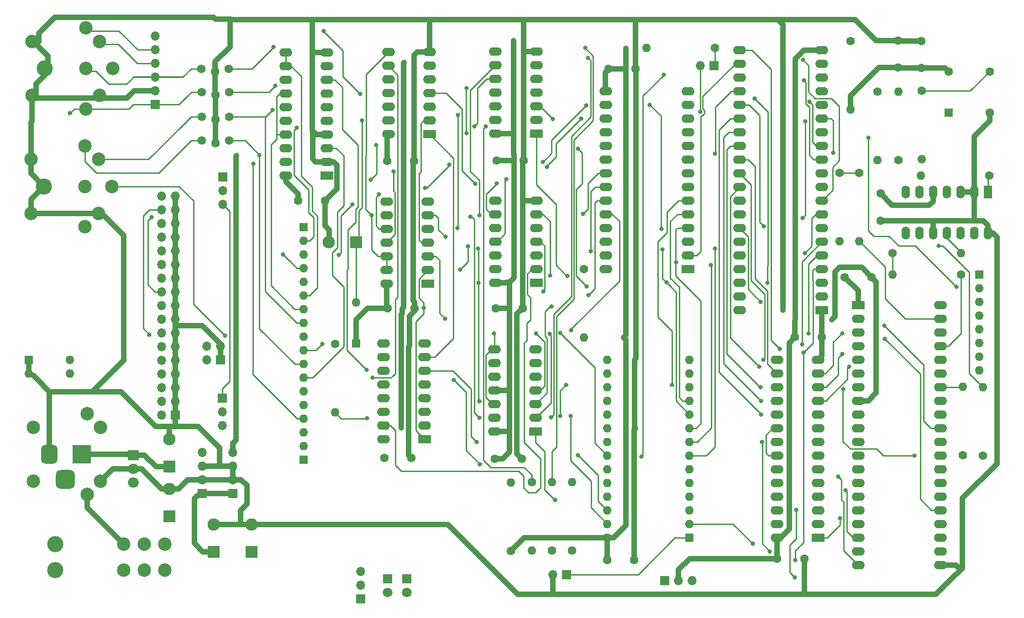
<source format=gbr>
%TF.GenerationSoftware,KiCad,Pcbnew,9.0.4*%
%TF.CreationDate,2025-09-17T18:39:36-04:00*%
%TF.ProjectId,C1581,43313538-312e-46b6-9963-61645f706362,V2*%
%TF.SameCoordinates,Original*%
%TF.FileFunction,Copper,L2,Bot*%
%TF.FilePolarity,Positive*%
%FSLAX46Y46*%
G04 Gerber Fmt 4.6, Leading zero omitted, Abs format (unit mm)*
G04 Created by KiCad (PCBNEW 9.0.4) date 2025-09-17 18:39:36*
%MOMM*%
%LPD*%
G01*
G04 APERTURE LIST*
G04 Aperture macros list*
%AMRoundRect*
0 Rectangle with rounded corners*
0 $1 Rounding radius*
0 $2 $3 $4 $5 $6 $7 $8 $9 X,Y pos of 4 corners*
0 Add a 4 corners polygon primitive as box body*
4,1,4,$2,$3,$4,$5,$6,$7,$8,$9,$2,$3,0*
0 Add four circle primitives for the rounded corners*
1,1,$1+$1,$2,$3*
1,1,$1+$1,$4,$5*
1,1,$1+$1,$6,$7*
1,1,$1+$1,$8,$9*
0 Add four rect primitives between the rounded corners*
20,1,$1+$1,$2,$3,$4,$5,0*
20,1,$1+$1,$4,$5,$6,$7,0*
20,1,$1+$1,$6,$7,$8,$9,0*
20,1,$1+$1,$8,$9,$2,$3,0*%
G04 Aperture macros list end*
%TA.AperFunction,ComponentPad*%
%ADD10R,2.400000X1.600000*%
%TD*%
%TA.AperFunction,ComponentPad*%
%ADD11O,2.400000X1.600000*%
%TD*%
%TA.AperFunction,ComponentPad*%
%ADD12C,1.600000*%
%TD*%
%TA.AperFunction,ComponentPad*%
%ADD13O,1.600000X1.600000*%
%TD*%
%TA.AperFunction,ComponentPad*%
%ADD14R,1.600000X1.600000*%
%TD*%
%TA.AperFunction,ComponentPad*%
%ADD15R,2.300000X2.300000*%
%TD*%
%TA.AperFunction,ComponentPad*%
%ADD16C,2.300000*%
%TD*%
%TA.AperFunction,ComponentPad*%
%ADD17R,1.700000X1.700000*%
%TD*%
%TA.AperFunction,ComponentPad*%
%ADD18O,1.700000X1.700000*%
%TD*%
%TA.AperFunction,ComponentPad*%
%ADD19C,2.500000*%
%TD*%
%TA.AperFunction,ComponentPad*%
%ADD20R,2.000000X1.905000*%
%TD*%
%TA.AperFunction,ComponentPad*%
%ADD21O,2.000000X1.905000*%
%TD*%
%TA.AperFunction,ComponentPad*%
%ADD22C,3.000000*%
%TD*%
%TA.AperFunction,ComponentPad*%
%ADD23R,1.600000X2.400000*%
%TD*%
%TA.AperFunction,ComponentPad*%
%ADD24O,1.600000X2.400000*%
%TD*%
%TA.AperFunction,ComponentPad*%
%ADD25R,1.800000X1.800000*%
%TD*%
%TA.AperFunction,ComponentPad*%
%ADD26C,1.800000*%
%TD*%
%TA.AperFunction,ComponentPad*%
%ADD27R,3.500000X3.500000*%
%TD*%
%TA.AperFunction,ComponentPad*%
%ADD28RoundRect,0.750000X-0.750000X-1.000000X0.750000X-1.000000X0.750000X1.000000X-0.750000X1.000000X0*%
%TD*%
%TA.AperFunction,ComponentPad*%
%ADD29RoundRect,0.875000X-0.875000X-0.875000X0.875000X-0.875000X0.875000X0.875000X-0.875000X0.875000X0*%
%TD*%
%TA.AperFunction,ViaPad*%
%ADD30C,0.800000*%
%TD*%
%TA.AperFunction,Conductor*%
%ADD31C,1.000000*%
%TD*%
%TA.AperFunction,Conductor*%
%ADD32C,0.250000*%
%TD*%
G04 APERTURE END LIST*
D10*
%TO.P,U12,1*%
%TO.N,ACTLED*%
X150700000Y-57520000D03*
D11*
%TO.P,U12,2*%
%TO.N,Net-(R13-Pad1)*%
X150700000Y-54980000D03*
%TO.P,U12,3*%
%TO.N,DATA_OUT*%
X150700000Y-52440000D03*
%TO.P,U12,4*%
%TO.N,DATA*%
X150700000Y-49900000D03*
%TO.P,U12,5*%
%TO.N,CLK_OUT*%
X150700000Y-47360000D03*
%TO.P,U12,6*%
%TO.N,SLOW_CLK*%
X150700000Y-44820000D03*
%TO.P,U12,7,GND*%
%TO.N,GND*%
X150700000Y-42280000D03*
%TO.P,U12,8*%
%TO.N,Net-(R12-Pad2)*%
X143080000Y-42280000D03*
%TO.P,U12,9*%
%TO.N,POWERLED*%
X143080000Y-44820000D03*
%TO.P,U12,10*%
%TO.N,Net-(D1-A)*%
X143080000Y-47360000D03*
%TO.P,U12,11*%
%TO.N,Net-(U12-Pad11)*%
X143080000Y-49900000D03*
%TO.P,U12,12*%
%TO.N,~{RESET}*%
X143080000Y-52440000D03*
%TO.P,U12,13*%
%TO.N,Net-(U12-Pad13)*%
X143080000Y-54980000D03*
%TO.P,U12,14,VCC*%
%TO.N,5V*%
X143080000Y-57520000D03*
%TD*%
D12*
%TO.P,FB4,1*%
%TO.N,Net-(X1-OUT)*%
X222140000Y-49610000D03*
D13*
%TO.P,FB4,2*%
%TO.N,Net-(FB4-Pad2)*%
X222140000Y-62310000D03*
%TD*%
D12*
%TO.P,C14,1*%
%TO.N,Net-(X1-Vcc)*%
X217700000Y-45260000D03*
%TO.P,C14,2*%
%TO.N,GND*%
X217700000Y-40260000D03*
%TD*%
%TO.P,C5,1*%
%TO.N,5V*%
X198620000Y-95290000D03*
%TO.P,C5,2*%
%TO.N,GND*%
X203620000Y-95290000D03*
%TD*%
%TO.P,FB3,1*%
%TO.N,Net-(U10-Q1)*%
X217810000Y-62460000D03*
D13*
%TO.P,FB3,2*%
%TO.N,Net-(FB3-Pad2)*%
X217810000Y-49760000D03*
%TD*%
D14*
%TO.P,RP1,1,R1*%
%TO.N,5V*%
X107490000Y-74870000D03*
D13*
%TO.P,RP1,2,R1.2*%
%TO.N,~{RDY}*%
X107490000Y-77410000D03*
%TO.P,RP1,3,R2.2*%
%TO.N,READDATA*%
X107490000Y-79950000D03*
%TO.P,RP1,4,R3.2*%
%TO.N,WRITEPROTECT*%
X107490000Y-82490000D03*
%TO.P,RP1,5,R4.2*%
%TO.N,TRACK00*%
X107490000Y-85030000D03*
%TO.P,RP1,6,R5.2*%
%TO.N,CNT*%
X107490000Y-87570000D03*
%TO.P,RP1,7,R6.2*%
%TO.N,SP*%
X107490000Y-90110000D03*
%TO.P,RP1,8,R7.2*%
%TO.N,SLOW_CLK*%
X107490000Y-92650000D03*
%TO.P,RP1,9,R8.2*%
%TO.N,~{DRV_RESET}*%
X107490000Y-95190000D03*
%TD*%
D15*
%TO.P,C91,1*%
%TO.N,5V*%
X82580000Y-128570000D03*
D16*
%TO.P,C91,2*%
%TO.N,GND*%
X82580000Y-123490000D03*
%TD*%
D17*
%TO.P,J2,1,Pin_1*%
%TO.N,~{DISKCHANGE}*%
X92450000Y-106660000D03*
D18*
%TO.P,J2,2,Pin_2*%
%TO.N,FD_PIN2*%
X92450000Y-109200000D03*
%TO.P,J2,3,Pin_3*%
%TO.N,unconnected-(J2-Pin_3-Pad3)*%
X92450000Y-111740000D03*
%TD*%
D14*
%TO.P,D1,1,K*%
%TO.N,5V*%
X117190000Y-96460000D03*
D13*
%TO.P,D1,2,A*%
%TO.N,Net-(D1-A)*%
X117190000Y-88840000D03*
%TD*%
D19*
%TO.P,CN6,0*%
%TO.N,N/C*%
X57340000Y-122040000D03*
X57340000Y-112040000D03*
%TO.P,CN6,1*%
%TO.N,5VIN*%
X67340000Y-124540000D03*
%TO.P,CN6,2*%
%TO.N,GND*%
X69840000Y-122040000D03*
%TO.P,CN6,3*%
%TO.N,unconnected-(CN6-Pad3)*%
X69840000Y-112040000D03*
%TO.P,CN6,4*%
%TO.N,12VIN*%
X67340000Y-109540000D03*
%TD*%
D12*
%TO.P,EM3,1,1*%
%TO.N,DATA*%
X93675200Y-58826400D03*
%TO.P,EM3,2,2*%
%TO.N,GND*%
X91135200Y-59334400D03*
%TO.P,EM3,3,3*%
%TO.N,Net-(CN3-Pin_5)*%
X88595200Y-58826400D03*
%TD*%
%TO.P,C10,1*%
%TO.N,5V*%
X214480000Y-68660000D03*
%TO.P,C10,2*%
%TO.N,GND*%
X214480000Y-73660000D03*
%TD*%
%TO.P,C1,1*%
%TO.N,5V*%
X212850000Y-84190000D03*
%TO.P,C1,2*%
%TO.N,GND*%
X207850000Y-84190000D03*
%TD*%
%TO.P,R2,1*%
%TO.N,5V*%
X113320000Y-96570000D03*
D13*
%TO.P,R2,2*%
%TO.N,~{DISKCHANGE}*%
X113320000Y-109270000D03*
%TD*%
D12*
%TO.P,R5,1*%
%TO.N,Net-(JP1-A)*%
X183790000Y-41610000D03*
D13*
%TO.P,R5,2*%
%TO.N,5V*%
X171090000Y-41610000D03*
%TD*%
D12*
%TO.P,EM4,1,1*%
%TO.N,SLOW_CLK*%
X93675199Y-54364400D03*
%TO.P,EM4,2,2*%
%TO.N,GND*%
X91135199Y-54872400D03*
%TO.P,EM4,3,3*%
%TO.N,Net-(CN3-Pin_4)*%
X88595199Y-54364400D03*
%TD*%
%TO.P,R1,1*%
%TO.N,Net-(FB1-Pad1)*%
X233500000Y-117260000D03*
D13*
%TO.P,R1,2*%
%TO.N,R{slash}~{W}*%
X233500000Y-104560000D03*
%TD*%
D17*
%TO.P,J3,1,Pin_1*%
%TO.N,GND*%
X92040000Y-99530000D03*
D18*
%TO.P,J3,2,Pin_2*%
%TO.N,SELECT0*%
X89500000Y-99530000D03*
%TO.P,J3,3,Pin_3*%
%TO.N,GND*%
X92040000Y-96990000D03*
%TO.P,J3,4,Pin_4*%
%TO.N,SELECT1*%
X89500000Y-96990000D03*
%TD*%
D12*
%TO.P,C3,1*%
%TO.N,5V*%
X195330000Y-136410000D03*
%TO.P,C3,2*%
%TO.N,GND*%
X200330000Y-136410000D03*
%TD*%
D17*
%TO.P,J1,1,Pin_1*%
%TO.N,~{RDY}*%
X92510000Y-65560000D03*
D18*
%TO.P,J1,2,Pin_2*%
%TO.N,FD_PIN34*%
X92510000Y-68100000D03*
%TO.P,J1,3,Pin_3*%
%TO.N,~{DISKCHANGE}*%
X92510000Y-70640000D03*
%TD*%
D17*
%TO.P,J5,1,Pin_1*%
%TO.N,Net-(J5-Pin_1)*%
X156290000Y-139380000D03*
D18*
%TO.P,J5,2,Pin_2*%
%TO.N,GND*%
X153750000Y-139380000D03*
%TD*%
D12*
%TO.P,R10,1*%
%TO.N,PHI0*%
X229410000Y-83720000D03*
D13*
%TO.P,R10,2*%
%TO.N,Net-(FB5-Pad1)*%
X216710000Y-83720000D03*
%TD*%
D15*
%TO.P,C20,1*%
%TO.N,Net-(D1-A)*%
X117190000Y-77690000D03*
D16*
%TO.P,C20,2*%
%TO.N,GND*%
X112110000Y-77690000D03*
%TD*%
D12*
%TO.P,C15,1*%
%TO.N,Net-(X1-Vcc)*%
X222080000Y-45330000D03*
%TO.P,C15,2*%
%TO.N,GND*%
X222080000Y-40330000D03*
%TD*%
D15*
%TO.P,C90,1*%
%TO.N,12VIN*%
X82640000Y-119350000D03*
D16*
%TO.P,C90,2*%
%TO.N,GND*%
X82640000Y-114270000D03*
%TD*%
D12*
%TO.P,EM2,1,1*%
%TO.N,~{ATN}*%
X93645200Y-45504400D03*
%TO.P,EM2,2,2*%
%TO.N,GND*%
X91105200Y-46012400D03*
%TO.P,EM2,3,3*%
%TO.N,Net-(CN3-Pin_3)*%
X88565200Y-45504400D03*
%TD*%
%TO.P,FB1,1*%
%TO.N,Net-(FB1-Pad1)*%
X229760000Y-117240000D03*
D13*
%TO.P,FB1,2*%
%TO.N,Net-(U1-R{slash}~{W})*%
X229760000Y-104540000D03*
%TD*%
D10*
%TO.P,U3,1,A14*%
%TO.N,A14*%
X202950000Y-132530000D03*
D11*
%TO.P,U3,2,A12*%
%TO.N,A12*%
X202950000Y-129990000D03*
%TO.P,U3,3,A7*%
%TO.N,A7*%
X202950000Y-127450000D03*
%TO.P,U3,4,A6*%
%TO.N,A6*%
X202950000Y-124910000D03*
%TO.P,U3,5,A5*%
%TO.N,A5*%
X202950000Y-122370000D03*
%TO.P,U3,6,A4*%
%TO.N,A4*%
X202950000Y-119830000D03*
%TO.P,U3,7,A3*%
%TO.N,A3*%
X202950000Y-117290000D03*
%TO.P,U3,8,A2*%
%TO.N,A2*%
X202950000Y-114750000D03*
%TO.P,U3,9,A1*%
%TO.N,A1*%
X202950000Y-112210000D03*
%TO.P,U3,10,A0*%
%TO.N,A0*%
X202950000Y-109670000D03*
%TO.P,U3,11,D0*%
%TO.N,D0*%
X202950000Y-107130000D03*
%TO.P,U3,12,D1*%
%TO.N,D1*%
X202950000Y-104590000D03*
%TO.P,U3,13,D2*%
%TO.N,D2*%
X202950000Y-102050000D03*
%TO.P,U3,14,GND*%
%TO.N,GND*%
X202950000Y-99510000D03*
%TO.P,U3,15,D3*%
%TO.N,D3*%
X195330000Y-99510000D03*
%TO.P,U3,16,D4*%
%TO.N,D4*%
X195330000Y-102050000D03*
%TO.P,U3,17,D5*%
%TO.N,D5*%
X195330000Y-104590000D03*
%TO.P,U3,18,D6*%
%TO.N,D6*%
X195330000Y-107130000D03*
%TO.P,U3,19,D7*%
%TO.N,D7*%
X195330000Y-109670000D03*
%TO.P,U3,20,~{CE}*%
%TO.N,~{RAM_OE}*%
X195330000Y-112210000D03*
%TO.P,U3,21,A10*%
%TO.N,A10*%
X195330000Y-114750000D03*
%TO.P,U3,22,~{OE}*%
%TO.N,~{RAM_OE}*%
X195330000Y-117290000D03*
%TO.P,U3,23,A11*%
%TO.N,A11*%
X195330000Y-119830000D03*
%TO.P,U3,24,A9*%
%TO.N,A9*%
X195330000Y-122370000D03*
%TO.P,U3,25,A8*%
%TO.N,A8*%
X195330000Y-124910000D03*
%TO.P,U3,26,A13*%
%TO.N,A13*%
X195330000Y-127450000D03*
%TO.P,U3,27,~{WE}*%
%TO.N,~{RAMWE}*%
X195330000Y-129990000D03*
%TO.P,U3,28,VCC*%
%TO.N,5V*%
X195330000Y-132530000D03*
%TD*%
D12*
%TO.P,R14,1*%
%TO.N,RED_LED*%
X157280000Y-134920000D03*
D13*
%TO.P,R14,2*%
%TO.N,GND*%
X157280000Y-122220000D03*
%TD*%
D14*
%TO.P,SW1,1*%
%TO.N,GND*%
X56510000Y-99560000D03*
D13*
%TO.P,SW1,2*%
X56510000Y-102100000D03*
%TO.P,SW1,3*%
%TO.N,Net-(U5-PA4)*%
X64130000Y-102100000D03*
%TO.P,SW1,4*%
%TO.N,Net-(U5-PA3)*%
X64130000Y-99560000D03*
%TD*%
D12*
%TO.P,FB2,1*%
%TO.N,Net-(FB2-Pad1)*%
X210550000Y-64790000D03*
D13*
%TO.P,FB2,2*%
%TO.N,Net-(U1-02)*%
X210550000Y-77490000D03*
%TD*%
D12*
%TO.P,C11,1*%
%TO.N,5V*%
X142980000Y-117900000D03*
%TO.P,C11,2*%
%TO.N,GND*%
X147980000Y-117900000D03*
%TD*%
%TO.P,R12,1*%
%TO.N,RED_LED*%
X153520000Y-134920000D03*
D13*
%TO.P,R12,2*%
%TO.N,Net-(R12-Pad2)*%
X153520000Y-122220000D03*
%TD*%
D10*
%TO.P,U13,1,OEa*%
%TO.N,FAST_SER_DIR*%
X111790000Y-65300000D03*
D11*
%TO.P,U13,2,I0a*%
%TO.N,GND*%
X111790000Y-62760000D03*
%TO.P,U13,3,O3b*%
%TO.N,Net-(RP11F-R6.2)*%
X111790000Y-60220000D03*
%TO.P,U13,4,I1a*%
%TO.N,GND*%
X111790000Y-57680000D03*
%TO.P,U13,5,O2b*%
%TO.N,unconnected-(U13-O2b-Pad5)*%
X111790000Y-55140000D03*
%TO.P,U13,6,I2a*%
%TO.N,DATA*%
X111790000Y-52600000D03*
%TO.P,U13,7,O1b*%
%TO.N,unconnected-(U13-O1b-Pad7)*%
X111790000Y-50060000D03*
%TO.P,U13,8,I3a*%
%TO.N,FAST_CLK*%
X111790000Y-47520000D03*
%TO.P,U13,9,O0b*%
%TO.N,Net-(RP11C-R3.2)*%
X111790000Y-44980000D03*
%TO.P,U13,10,GND*%
%TO.N,GND*%
X111790000Y-42440000D03*
%TO.P,U13,11,I0b*%
%TO.N,CNT*%
X104170000Y-42440000D03*
%TO.P,U13,12,O3a*%
X104170000Y-44980000D03*
%TO.P,U13,13,I1b*%
%TO.N,GND*%
X104170000Y-47520000D03*
%TO.P,U13,14,O2a*%
%TO.N,SP*%
X104170000Y-50060000D03*
%TO.P,U13,15,I2b*%
%TO.N,GND*%
X104170000Y-52600000D03*
%TO.P,U13,16,O1a*%
%TO.N,unconnected-(U13-O1a-Pad16)*%
X104170000Y-55140000D03*
%TO.P,U13,17,I3b*%
%TO.N,SP*%
X104170000Y-57680000D03*
%TO.P,U13,18,O0a*%
%TO.N,unconnected-(U13-O0a-Pad18)*%
X104170000Y-60220000D03*
%TO.P,U13,19,OEb*%
%TO.N,FAST_SER_DIR*%
X104170000Y-62760000D03*
%TO.P,U13,20,VCC*%
%TO.N,5V*%
X104170000Y-65300000D03*
%TD*%
D20*
%TO.P,U90,1,IN*%
%TO.N,12VIN*%
X75915000Y-117180000D03*
D21*
%TO.P,U90,2,GND*%
%TO.N,GND*%
X75915000Y-119720000D03*
%TO.P,U90,3,OUT*%
%TO.N,5V*%
X75915000Y-122260000D03*
%TD*%
D22*
%TO.P,SW2,0*%
%TO.N,N/C*%
X61430000Y-133740000D03*
X61430000Y-138570000D03*
D19*
%TO.P,SW2,1*%
%TO.N,5VIN*%
X74130000Y-133740000D03*
%TO.P,SW2,2*%
%TO.N,5V*%
X77940000Y-133740000D03*
%TO.P,SW2,3*%
X81750000Y-133740000D03*
%TO.P,SW2,4*%
%TO.N,12VIN*%
X74130000Y-138570000D03*
%TO.P,SW2,5*%
%TO.N,12V*%
X77940000Y-138570000D03*
%TO.P,SW2,6*%
X81750000Y-138570000D03*
%TD*%
D12*
%TO.P,C8,1*%
%TO.N,5V*%
X143120000Y-89940000D03*
%TO.P,C8,2*%
%TO.N,GND*%
X148120000Y-89940000D03*
%TD*%
D17*
%TO.P,CN2,1,Pin_1*%
%TO.N,GND*%
X83720000Y-109740000D03*
D18*
%TO.P,CN2,2,Pin_2*%
%TO.N,FD_PIN2*%
X81180000Y-109740000D03*
%TO.P,CN2,3,Pin_3*%
%TO.N,GND*%
X83720000Y-107200000D03*
%TO.P,CN2,4,Pin_4*%
%TO.N,unconnected-(CN2-Pin_4-Pad4)*%
X81180000Y-107200000D03*
%TO.P,CN2,5,Pin_5*%
%TO.N,GND*%
X83720000Y-104660000D03*
%TO.P,CN2,6,Pin_6*%
%TO.N,unconnected-(CN2-Pin_6-Pad6)*%
X81180000Y-104660000D03*
%TO.P,CN2,7,Pin_7*%
%TO.N,GND*%
X83720000Y-102120000D03*
%TO.P,CN2,8,Pin_8*%
%TO.N,INDEX*%
X81180000Y-102120000D03*
%TO.P,CN2,9,Pin_9*%
%TO.N,GND*%
X83720000Y-99580000D03*
%TO.P,CN2,10,Pin_10*%
%TO.N,SELECT0*%
X81180000Y-99580000D03*
%TO.P,CN2,11,Pin_11*%
%TO.N,GND*%
X83720000Y-97040000D03*
%TO.P,CN2,12,Pin_12*%
%TO.N,SELECT1*%
X81180000Y-97040000D03*
%TO.P,CN2,13,Pin_13*%
%TO.N,GND*%
X83720000Y-94500000D03*
%TO.P,CN2,14,Pin_14*%
%TO.N,unconnected-(CN2-Pin_14-Pad14)*%
X81180000Y-94500000D03*
%TO.P,CN2,15,Pin_15*%
%TO.N,GND*%
X83720000Y-91960000D03*
%TO.P,CN2,16,Pin_16*%
%TO.N,MOTOREN*%
X81180000Y-91960000D03*
%TO.P,CN2,17,Pin_17*%
%TO.N,GND*%
X83720000Y-89420000D03*
%TO.P,CN2,18,Pin_18*%
%TO.N,DIRECTION*%
X81180000Y-89420000D03*
%TO.P,CN2,19,Pin_19*%
%TO.N,GND*%
X83720000Y-86880000D03*
%TO.P,CN2,20,Pin_20*%
%TO.N,STEP*%
X81180000Y-86880000D03*
%TO.P,CN2,21,Pin_21*%
%TO.N,GND*%
X83720000Y-84340000D03*
%TO.P,CN2,22,Pin_22*%
%TO.N,WRITEDATA*%
X81180000Y-84340000D03*
%TO.P,CN2,23,Pin_23*%
%TO.N,GND*%
X83720000Y-81800000D03*
%TO.P,CN2,24,Pin_24*%
%TO.N,WRITEGATE*%
X81180000Y-81800000D03*
%TO.P,CN2,25,Pin_25*%
%TO.N,GND*%
X83720000Y-79260000D03*
%TO.P,CN2,26,Pin_26*%
%TO.N,TRACK00*%
X81180000Y-79260000D03*
%TO.P,CN2,27,Pin_27*%
%TO.N,GND*%
X83720000Y-76720000D03*
%TO.P,CN2,28,Pin_28*%
%TO.N,WRITEPROTECT*%
X81180000Y-76720000D03*
%TO.P,CN2,29,Pin_29*%
%TO.N,GND*%
X83720000Y-74180000D03*
%TO.P,CN2,30,Pin_30*%
%TO.N,READDATA*%
X81180000Y-74180000D03*
%TO.P,CN2,31,Pin_31*%
%TO.N,GND*%
X83720000Y-71640000D03*
%TO.P,CN2,32,Pin_32*%
%TO.N,SIDESELECT*%
X81180000Y-71640000D03*
%TO.P,CN2,33,Pin_33*%
%TO.N,GND*%
X83720000Y-69100000D03*
%TO.P,CN2,34,Pin_34*%
%TO.N,FD_PIN34*%
X81180000Y-69100000D03*
%TD*%
D23*
%TO.P,U10,1,CP1..3*%
%TO.N,Net-(U10-CP1..3)*%
X234390000Y-68400000D03*
D24*
%TO.P,U10,2,R0(1)*%
%TO.N,GND*%
X231850000Y-68400000D03*
%TO.P,U10,3,R0(2)*%
X229310000Y-68400000D03*
%TO.P,U10,4*%
%TO.N,N/C*%
X226770000Y-68400000D03*
%TO.P,U10,5,VCC*%
%TO.N,5V*%
X224230000Y-68400000D03*
%TO.P,U10,6*%
%TO.N,N/C*%
X221690000Y-68400000D03*
%TO.P,U10,7*%
X219150000Y-68400000D03*
%TO.P,U10,8,Q2*%
%TO.N,unconnected-(U10-Q2-Pad8)*%
X219150000Y-76020000D03*
%TO.P,U10,9,Q1*%
%TO.N,Net-(U10-Q1)*%
X221690000Y-76020000D03*
%TO.P,U10,10,GND*%
%TO.N,GND*%
X224230000Y-76020000D03*
%TO.P,U10,11,Q3*%
%TO.N,Net-(U10-Q3)*%
X226770000Y-76020000D03*
%TO.P,U10,12,Q0*%
%TO.N,unconnected-(U10-Q0-Pad12)*%
X229310000Y-76020000D03*
%TO.P,U10,13*%
%TO.N,N/C*%
X231850000Y-76020000D03*
%TO.P,U10,14,CP0*%
%TO.N,GND*%
X234390000Y-76020000D03*
%TD*%
D17*
%TO.P,CN1,1,Pin_1*%
%TO.N,12V*%
X94410000Y-124293662D03*
D18*
%TO.P,CN1,2,Pin_2*%
%TO.N,GND*%
X94410000Y-121753662D03*
%TO.P,CN1,3,Pin_3*%
X94410000Y-119213662D03*
%TO.P,CN1,4,Pin_4*%
%TO.N,5V*%
X94410000Y-116673662D03*
%TD*%
D17*
%TO.P,JP1,1,A*%
%TO.N,Net-(JP1-A)*%
X183620000Y-44920000D03*
D18*
%TO.P,JP1,2,B*%
%TO.N,PHI2*%
X181080000Y-44920000D03*
%TD*%
D12*
%TO.P,FB5,1*%
%TO.N,Net-(FB5-Pad1)*%
X216690000Y-79750000D03*
D13*
%TO.P,FB5,2*%
%TO.N,Net-(U10-Q3)*%
X229390000Y-79750000D03*
%TD*%
D25*
%TO.P,D3,1,K*%
%TO.N,Net-(CN9-Pin_3)*%
X123040000Y-140145000D03*
D26*
%TO.P,D3,2,A*%
%TO.N,Net-(CN9-Pin_2)*%
X123040000Y-142685000D03*
%TD*%
D12*
%TO.P,R4,1*%
%TO.N,Net-(U6B-E)*%
X159450000Y-82680000D03*
D13*
%TO.P,R4,2*%
%TO.N,5V*%
X159450000Y-95380000D03*
%TD*%
D12*
%TO.P,R13,1*%
%TO.N,Net-(R13-Pad1)*%
X149820000Y-122230000D03*
D13*
%TO.P,R13,2*%
%TO.N,GREEN_LED*%
X149820000Y-134930000D03*
%TD*%
D12*
%TO.P,C4,1*%
%TO.N,5V*%
X164050000Y-45540000D03*
%TO.P,C4,2*%
%TO.N,GND*%
X169050000Y-45540000D03*
%TD*%
%TO.P,FB6,1*%
%TO.N,5V*%
X208890000Y-40350000D03*
D13*
%TO.P,FB6,2*%
%TO.N,Net-(X1-Vcc)*%
X208890000Y-53050000D03*
%TD*%
D17*
%TO.P,CN9,1,Pin_1*%
%TO.N,Net-(CN9-Pin_1)*%
X118090000Y-143860000D03*
D18*
%TO.P,CN9,2,Pin_2*%
%TO.N,Net-(CN9-Pin_2)*%
X118090000Y-141320000D03*
%TO.P,CN9,3,Pin_3*%
%TO.N,Net-(CN9-Pin_3)*%
X118090000Y-138780000D03*
%TD*%
D12*
%TO.P,C9,1*%
%TO.N,5V*%
X122990000Y-62600000D03*
%TO.P,C9,2*%
%TO.N,GND*%
X127990000Y-62600000D03*
%TD*%
D10*
%TO.P,U4,1,~{CS}*%
%TO.N,~{WD_CS}*%
X178750000Y-82640000D03*
D11*
%TO.P,U4,2,R/~{W}*%
%TO.N,R{slash}~{W}*%
X178750000Y-80100000D03*
%TO.P,U4,3,A0*%
%TO.N,A0*%
X178750000Y-77560000D03*
%TO.P,U4,4,A1*%
%TO.N,A1*%
X178750000Y-75020000D03*
%TO.P,U4,5,D0*%
%TO.N,D0*%
X178750000Y-72480000D03*
%TO.P,U4,6,D1*%
%TO.N,D1*%
X178750000Y-69940000D03*
%TO.P,U4,7,D2*%
%TO.N,D2*%
X178750000Y-67400000D03*
%TO.P,U4,8,D3*%
%TO.N,D3*%
X178750000Y-64860000D03*
%TO.P,U4,9,D4*%
%TO.N,D4*%
X178750000Y-62320000D03*
%TO.P,U4,10,D5*%
%TO.N,D5*%
X178750000Y-59780000D03*
%TO.P,U4,11,D6*%
%TO.N,D6*%
X178750000Y-57240000D03*
%TO.P,U4,12,D7*%
%TO.N,D7*%
X178750000Y-54700000D03*
%TO.P,U4,13,~{RES}*%
%TO.N,~{RESET}*%
X178750000Y-52160000D03*
%TO.P,U4,14,GND*%
%TO.N,GND*%
X178750000Y-49620000D03*
%TO.P,U4,15,VCC*%
%TO.N,5V*%
X163510000Y-49620000D03*
%TO.P,U4,16,STEP*%
%TO.N,Net-(U4-STEP)*%
X163510000Y-52160000D03*
%TO.P,U4,17,DIRC*%
%TO.N,Net-(U4-DIRC)*%
X163510000Y-54700000D03*
%TO.P,U4,18,CLK*%
%TO.N,FDC_CLOCK*%
X163510000Y-57240000D03*
%TO.P,U4,19,~{RD}*%
%TO.N,READDATA*%
X163510000Y-59780000D03*
%TO.P,U4,20,MO*%
%TO.N,unconnected-(U4-MO-Pad20)*%
X163510000Y-62320000D03*
%TO.P,U4,21,WG*%
%TO.N,Net-(U4-WG)*%
X163510000Y-64860000D03*
%TO.P,U4,22,WD*%
%TO.N,Net-(U4-WD)*%
X163510000Y-67400000D03*
%TO.P,U4,23,~{TR00}*%
%TO.N,TRACK00*%
X163510000Y-69940000D03*
%TO.P,U4,24,~{IP}*%
%TO.N,INDEX*%
X163510000Y-72480000D03*
%TO.P,U4,25,~{WPRT}*%
%TO.N,WRITEPROTECT*%
X163510000Y-75020000D03*
%TO.P,U4,26,~{DDEN}*%
%TO.N,unconnected-(U4-~{DDEN}-Pad26)*%
X163510000Y-77560000D03*
%TO.P,U4,27,DRQ*%
%TO.N,unconnected-(U4-DRQ-Pad27)*%
X163510000Y-80100000D03*
%TO.P,U4,28,INTRQ*%
%TO.N,unconnected-(U4-INTRQ-Pad28)*%
X163510000Y-82640000D03*
%TD*%
D12*
%TO.P,EM1,1,1*%
%TO.N,FAST_CLK*%
X93665200Y-49864400D03*
%TO.P,EM1,2,2*%
%TO.N,GND*%
X91125200Y-50372400D03*
%TO.P,EM1,3,3*%
%TO.N,Net-(CN3-Pin_1)*%
X88585200Y-49864400D03*
%TD*%
%TO.P,C12,1*%
%TO.N,5V*%
X143310000Y-62490000D03*
%TO.P,C12,2*%
%TO.N,GND*%
X148310000Y-62490000D03*
%TD*%
%TO.P,C13,1*%
%TO.N,5V*%
X106470000Y-69990000D03*
%TO.P,C13,2*%
%TO.N,GND*%
X111470000Y-69990000D03*
%TD*%
%TO.P,C7,1*%
%TO.N,5V*%
X123050000Y-89970000D03*
%TO.P,C7,2*%
%TO.N,GND*%
X128050000Y-89970000D03*
%TD*%
%TO.P,C2,1*%
%TO.N,5V*%
X163780000Y-136680000D03*
%TO.P,C2,2*%
%TO.N,GND*%
X168780000Y-136680000D03*
%TD*%
%TO.P,R3,1*%
%TO.N,Net-(FB2-Pad1)*%
X206910000Y-64820000D03*
D13*
%TO.P,R3,2*%
%TO.N,PHI2*%
X206910000Y-77520000D03*
%TD*%
D17*
%TO.P,CN8,1,Pin_1*%
%TO.N,12V*%
X88680000Y-124293662D03*
D18*
%TO.P,CN8,2,Pin_2*%
%TO.N,GND*%
X88680000Y-121753662D03*
%TO.P,CN8,3,Pin_3*%
X88680000Y-119213662D03*
%TO.P,CN8,4,Pin_4*%
%TO.N,5V*%
X88680000Y-116673662D03*
%TD*%
D10*
%TO.P,U1,1,VSS*%
%TO.N,GND*%
X210340000Y-89330000D03*
D11*
%TO.P,U1,2,RDY*%
%TO.N,RDY*%
X210340000Y-91870000D03*
%TO.P,U1,3,01*%
%TO.N,unconnected-(U1-01-Pad3)*%
X210340000Y-94410000D03*
%TO.P,U1,4,~{IRQ}*%
%TO.N,~{IRQ}*%
X210340000Y-96950000D03*
%TO.P,U1,5,NC*%
%TO.N,unconnected-(U1-NC-Pad5)*%
X210340000Y-99490000D03*
%TO.P,U1,6,~{NMI}*%
%TO.N,~{NMI}*%
X210340000Y-102030000D03*
%TO.P,U1,7,SYNC*%
%TO.N,unconnected-(U1-SYNC-Pad7)*%
X210340000Y-104570000D03*
%TO.P,U1,8,Vcc*%
%TO.N,5V*%
X210340000Y-107110000D03*
%TO.P,U1,9,A0*%
%TO.N,A0*%
X210340000Y-109650000D03*
%TO.P,U1,10,A1*%
%TO.N,A1*%
X210340000Y-112190000D03*
%TO.P,U1,11,A2*%
%TO.N,A2*%
X210340000Y-114730000D03*
%TO.P,U1,12,A3*%
%TO.N,A3*%
X210340000Y-117270000D03*
%TO.P,U1,13,A4*%
%TO.N,A4*%
X210340000Y-119810000D03*
%TO.P,U1,14,A5*%
%TO.N,A5*%
X210340000Y-122350000D03*
%TO.P,U1,15,A6*%
%TO.N,A6*%
X210340000Y-124890000D03*
%TO.P,U1,16,A7*%
%TO.N,A7*%
X210340000Y-127430000D03*
%TO.P,U1,17,A8*%
%TO.N,A8*%
X210340000Y-129970000D03*
%TO.P,U1,18,A9*%
%TO.N,A9*%
X210340000Y-132510000D03*
%TO.P,U1,19,A10*%
%TO.N,A10*%
X210340000Y-135050000D03*
%TO.P,U1,20,A11*%
%TO.N,A11*%
X210340000Y-137590000D03*
%TO.P,U1,21,GND*%
%TO.N,GND*%
X225580000Y-137590000D03*
%TO.P,U1,22,A12*%
%TO.N,A12*%
X225580000Y-135050000D03*
%TO.P,U1,23,A13*%
%TO.N,A13*%
X225580000Y-132510000D03*
%TO.P,U1,24,A14*%
%TO.N,A14*%
X225580000Y-129970000D03*
%TO.P,U1,25,A15*%
%TO.N,A15*%
X225580000Y-127430000D03*
%TO.P,U1,26,D7*%
%TO.N,D7*%
X225580000Y-124890000D03*
%TO.P,U1,27,D6*%
%TO.N,D6*%
X225580000Y-122350000D03*
%TO.P,U1,28,D5*%
%TO.N,D5*%
X225580000Y-119810000D03*
%TO.P,U1,29,D4*%
%TO.N,D4*%
X225580000Y-117270000D03*
%TO.P,U1,30,D3*%
%TO.N,D3*%
X225580000Y-114730000D03*
%TO.P,U1,31,D2*%
%TO.N,D2*%
X225580000Y-112190000D03*
%TO.P,U1,32,D1*%
%TO.N,D1*%
X225580000Y-109650000D03*
%TO.P,U1,33,D0*%
%TO.N,D0*%
X225580000Y-107110000D03*
%TO.P,U1,34,R/~{W}*%
%TO.N,Net-(U1-R{slash}~{W})*%
X225580000Y-104570000D03*
%TO.P,U1,35,NC*%
%TO.N,unconnected-(U1-NC-Pad35)*%
X225580000Y-102030000D03*
%TO.P,U1,36,NC*%
%TO.N,unconnected-(U1-NC-Pad36)*%
X225580000Y-99490000D03*
%TO.P,U1,37,00*%
%TO.N,PHI0*%
X225580000Y-96950000D03*
%TO.P,U1,38,SO*%
%TO.N,S0*%
X225580000Y-94410000D03*
%TO.P,U1,39,02*%
%TO.N,Net-(U1-02)*%
X225580000Y-91870000D03*
%TO.P,U1,40,~{RESET}*%
%TO.N,~{RESET}*%
X225580000Y-89330000D03*
%TD*%
D10*
%TO.P,U7,1*%
%TO.N,R{slash}~{W}*%
X130560000Y-85350000D03*
D11*
%TO.P,U7,2*%
%TO.N,A15*%
X130560000Y-82810000D03*
%TO.P,U7,3*%
%TO.N,~{ROM_OE}*%
X130560000Y-80270000D03*
%TO.P,U7,4*%
%TO.N,Net-(U7-Pad4)*%
X130560000Y-77730000D03*
%TO.P,U7,5*%
%TO.N,PHI2*%
X130560000Y-75190000D03*
%TO.P,U7,6*%
%TO.N,~{WD_CS}*%
X130560000Y-72650000D03*
%TO.P,U7,7,GND*%
%TO.N,GND*%
X130560000Y-70110000D03*
%TO.P,U7,8*%
%TO.N,Net-(U11-Pad13)*%
X122940000Y-70110000D03*
%TO.P,U7,9*%
%TO.N,ATN_IN*%
X122940000Y-72650000D03*
%TO.P,U7,10*%
%TO.N,ATN_ACK*%
X122940000Y-75190000D03*
%TO.P,U7,11*%
%TO.N,~{FLAG}*%
X122940000Y-77730000D03*
%TO.P,U7,12*%
%TO.N,ATN_IN*%
X122940000Y-80270000D03*
%TO.P,U7,13*%
X122940000Y-82810000D03*
%TO.P,U7,14,VCC*%
%TO.N,5V*%
X122940000Y-85350000D03*
%TD*%
D12*
%TO.P,R11,1*%
%TO.N,Net-(FB3-Pad2)*%
X213920000Y-49760000D03*
D13*
%TO.P,R11,2*%
%TO.N,FDC_CLOCK*%
X213920000Y-62460000D03*
%TD*%
D17*
%TO.P,CN5,1,Pin_1*%
%TO.N,GREEN_LED*%
X174460000Y-140470000D03*
D18*
%TO.P,CN5,2,Pin_2*%
%TO.N,5V*%
X177000000Y-140470000D03*
%TO.P,CN5,3,Pin_3*%
%TO.N,RED_LED*%
X179540000Y-140470000D03*
%TD*%
D14*
%TO.P,X1,1,EN*%
%TO.N,5V*%
X227120000Y-53620000D03*
D12*
%TO.P,X1,4,GND*%
%TO.N,GND*%
X234740000Y-53620000D03*
%TO.P,X1,5,OUT*%
%TO.N,Net-(X1-OUT)*%
X234740000Y-46000000D03*
%TO.P,X1,8,Vcc*%
%TO.N,Net-(X1-Vcc)*%
X227120000Y-46000000D03*
%TD*%
D10*
%TO.P,U5,1,VSS*%
%TO.N,GND*%
X203630000Y-90290000D03*
D11*
%TO.P,U5,2,PA0*%
%TO.N,SIDE0*%
X203630000Y-87750000D03*
%TO.P,U5,3,PA1*%
%TO.N,~{RDY}*%
X203630000Y-85210000D03*
%TO.P,U5,4,PA2*%
%TO.N,~{MOTOR}*%
X203630000Y-82670000D03*
%TO.P,U5,5,PA3*%
%TO.N,Net-(U5-PA3)*%
X203630000Y-80130000D03*
%TO.P,U5,6,PA4*%
%TO.N,Net-(U5-PA4)*%
X203630000Y-77590000D03*
%TO.P,U5,7,PA5*%
%TO.N,POWERLED*%
X203630000Y-75050000D03*
%TO.P,U5,8,PA6*%
%TO.N,ACTLED*%
X203630000Y-72510000D03*
%TO.P,U5,9,PA7*%
%TO.N,~{DISKCHANGE}*%
X203630000Y-69970000D03*
%TO.P,U5,10,PB0*%
%TO.N,DATA_IN*%
X203630000Y-67430000D03*
%TO.P,U5,11,PB1*%
%TO.N,DATA_OUT*%
X203630000Y-64890000D03*
%TO.P,U5,12,PB2*%
%TO.N,CLK_IN*%
X203630000Y-62350000D03*
%TO.P,U5,13,PB3*%
%TO.N,CLK_OUT*%
X203630000Y-59810000D03*
%TO.P,U5,14,PB4*%
%TO.N,ATN_ACK*%
X203630000Y-57270000D03*
%TO.P,U5,15,PB5*%
%TO.N,FAST_SER_DIR*%
X203630000Y-54730000D03*
%TO.P,U5,16,PB6*%
%TO.N,WRITEPROTECT*%
X203630000Y-52190000D03*
%TO.P,U5,17,PB7*%
%TO.N,ATN_IN*%
X203630000Y-49650000D03*
%TO.P,U5,18,~{PC}*%
%TO.N,unconnected-(U5-~{PC}-Pad18)*%
X203630000Y-47110000D03*
%TO.P,U5,19,TOD*%
%TO.N,Net-(JP1-A)*%
X203630000Y-44570000D03*
%TO.P,U5,20,VCC*%
%TO.N,5V*%
X203630000Y-42030000D03*
%TO.P,U5,21,~{IRQ}*%
%TO.N,~{IRQ}*%
X188390000Y-42030000D03*
%TO.P,U5,22,R/~{W}*%
%TO.N,R{slash}~{W}*%
X188390000Y-44570000D03*
%TO.P,U5,23,~{CS}*%
%TO.N,~{CIA_SEL}*%
X188390000Y-47110000D03*
%TO.P,U5,24,~{FLAG}*%
%TO.N,~{FLAG}*%
X188390000Y-49650000D03*
%TO.P,U5,25,\u03D52*%
%TO.N,PHI2*%
X188390000Y-52190000D03*
%TO.P,U5,26,D7*%
%TO.N,D7*%
X188390000Y-54730000D03*
%TO.P,U5,27,D6*%
%TO.N,D6*%
X188390000Y-57270000D03*
%TO.P,U5,28,D5*%
%TO.N,D5*%
X188390000Y-59810000D03*
%TO.P,U5,29,D4*%
%TO.N,D4*%
X188390000Y-62350000D03*
%TO.P,U5,30,D3*%
%TO.N,D3*%
X188390000Y-64890000D03*
%TO.P,U5,31,D2*%
%TO.N,D2*%
X188390000Y-67430000D03*
%TO.P,U5,32,D1*%
%TO.N,D1*%
X188390000Y-69970000D03*
%TO.P,U5,33,D0*%
%TO.N,D0*%
X188390000Y-72510000D03*
%TO.P,U5,34,~{RES}*%
%TO.N,~{RESET}*%
X188390000Y-75050000D03*
%TO.P,U5,35,RS3*%
%TO.N,A3*%
X188390000Y-77590000D03*
%TO.P,U5,36,RS2*%
%TO.N,A2*%
X188390000Y-80130000D03*
%TO.P,U5,37,RS1*%
%TO.N,A1*%
X188390000Y-82670000D03*
%TO.P,U5,38,RS0*%
%TO.N,A0*%
X188390000Y-85210000D03*
%TO.P,U5,39,SP*%
%TO.N,SP*%
X188390000Y-87750000D03*
%TO.P,U5,40,CNT*%
%TO.N,CNT*%
X188390000Y-90290000D03*
%TD*%
D12*
%TO.P,C6,1*%
%TO.N,5V*%
X122500000Y-117740000D03*
%TO.P,C6,2*%
%TO.N,GND*%
X127500000Y-117740000D03*
%TD*%
D14*
%TO.P,RP2,1,R1*%
%TO.N,5V*%
X232770000Y-83660000D03*
D13*
%TO.P,RP2,2,R1.2*%
%TO.N,Net-(D1-A)*%
X232770000Y-86200000D03*
%TO.P,RP2,3,R2.2*%
%TO.N,~{RESET}*%
X232770000Y-88740000D03*
%TO.P,RP2,4,R3.2*%
%TO.N,RDY*%
X232770000Y-91280000D03*
%TO.P,RP2,5,R4.2*%
%TO.N,S0*%
X232770000Y-93820000D03*
%TO.P,RP2,6,R5.2*%
%TO.N,~{IRQ}*%
X232770000Y-96360000D03*
%TO.P,RP2,7,R6.2*%
%TO.N,~{NMI}*%
X232770000Y-98900000D03*
%TO.P,RP2,8*%
%TO.N,N/C*%
X232770000Y-101440000D03*
%TD*%
D19*
%TO.P,CN3,1,Pin_1*%
%TO.N,Net-(CN3-Pin_1)*%
X67140000Y-52920000D03*
%TO.P,CN3,2,Pin_2*%
%TO.N,GND*%
X57140000Y-50420000D03*
X69640000Y-50420000D03*
D22*
X59520000Y-45420000D03*
D19*
X57140000Y-40420000D03*
%TO.P,CN3,3,Pin_3*%
%TO.N,Net-(CN3-Pin_3)*%
X67140000Y-45420000D03*
%TO.P,CN3,4,Pin_4*%
%TO.N,Net-(CN3-Pin_4)*%
X69680000Y-40420000D03*
%TO.P,CN3,5,Pin_5*%
%TO.N,Net-(CN3-Pin_5)*%
X67140000Y-37920000D03*
%TO.P,CN3,6,Pin_6*%
%TO.N,~{DRV_RESET}*%
X72140000Y-45420000D03*
%TD*%
D17*
%TO.P,CN7,1,Pin_1*%
%TO.N,Net-(CN3-Pin_1)*%
X79950000Y-52110000D03*
D18*
%TO.P,CN7,2,Pin_2*%
%TO.N,GND*%
X79950000Y-49570000D03*
%TO.P,CN7,3,Pin_3*%
%TO.N,Net-(CN3-Pin_3)*%
X79950000Y-47030000D03*
%TO.P,CN7,4,Pin_4*%
%TO.N,Net-(CN3-Pin_4)*%
X79950000Y-44490000D03*
%TO.P,CN7,5,Pin_5*%
%TO.N,Net-(CN3-Pin_5)*%
X79950000Y-41950000D03*
%TO.P,CN7,6,Pin_6*%
%TO.N,~{DRV_RESET}*%
X79950000Y-39410000D03*
%TD*%
D15*
%TO.P,C18,1*%
%TO.N,12V*%
X90800000Y-135170000D03*
D16*
%TO.P,C18,2*%
%TO.N,GND*%
X90800000Y-130090000D03*
%TD*%
D10*
%TO.P,U6,1,E*%
%TO.N,A15*%
X129910000Y-114270000D03*
D11*
%TO.P,U6,2,A0*%
%TO.N,A13*%
X129910000Y-111730000D03*
%TO.P,U6,3,A1*%
%TO.N,A14*%
X129910000Y-109190000D03*
%TO.P,U6,4,O0*%
%TO.N,~{RAM_OE}*%
X129910000Y-106650000D03*
%TO.P,U6,5,O1*%
%TO.N,unconnected-(U6A-O1-Pad5)*%
X129910000Y-104110000D03*
%TO.P,U6,6,O2*%
%TO.N,~{CIA_SEL}*%
X129910000Y-101570000D03*
%TO.P,U6,7,O3*%
%TO.N,~{WDSEL}*%
X129910000Y-99030000D03*
%TO.P,U6,8,GND*%
%TO.N,GND*%
X129910000Y-96490000D03*
%TO.P,U6,9,O3*%
%TO.N,unconnected-(U6B-O3-Pad9)*%
X122290000Y-96490000D03*
%TO.P,U6,10,O2*%
%TO.N,unconnected-(U6B-O2-Pad10)*%
X122290000Y-99030000D03*
%TO.P,U6,11,O1*%
%TO.N,unconnected-(U6B-O1-Pad11)*%
X122290000Y-101570000D03*
%TO.P,U6,12,O0*%
%TO.N,~{RAMWE}*%
X122290000Y-104110000D03*
%TO.P,U6,13,A1*%
%TO.N,GND*%
X122290000Y-106650000D03*
%TO.P,U6,14,A0*%
%TO.N,R{slash}~{W}*%
X122290000Y-109190000D03*
%TO.P,U6,15,E*%
%TO.N,Net-(U6B-E)*%
X122290000Y-111730000D03*
%TO.P,U6,16,VCC*%
%TO.N,5V*%
X122290000Y-114270000D03*
%TD*%
D10*
%TO.P,U8,1*%
%TO.N,PHI0*%
X150640000Y-85180000D03*
D11*
%TO.P,U8,2*%
%TO.N,Net-(U6B-E)*%
X150640000Y-82640000D03*
%TO.P,U8,3*%
%TO.N,Net-(U4-WD)*%
X150640000Y-80100000D03*
%TO.P,U8,4*%
%TO.N,WRITEDATA*%
X150640000Y-77560000D03*
%TO.P,U8,5*%
%TO.N,Net-(U4-WG)*%
X150640000Y-75020000D03*
%TO.P,U8,6*%
%TO.N,WRITEGATE*%
X150640000Y-72480000D03*
%TO.P,U8,7,GND*%
%TO.N,GND*%
X150640000Y-69940000D03*
%TO.P,U8,8*%
%TO.N,DIRECTION*%
X143020000Y-69940000D03*
%TO.P,U8,9*%
%TO.N,Net-(U4-DIRC)*%
X143020000Y-72480000D03*
%TO.P,U8,10*%
%TO.N,STEP*%
X143020000Y-75020000D03*
%TO.P,U8,11*%
%TO.N,Net-(U4-STEP)*%
X143020000Y-77560000D03*
%TO.P,U8,12*%
%TO.N,unconnected-(U8-Pad12)*%
X143020000Y-80100000D03*
%TO.P,U8,13*%
%TO.N,unconnected-(U8-Pad13)*%
X143020000Y-82640000D03*
%TO.P,U8,14,VCC*%
%TO.N,5V*%
X143020000Y-85180000D03*
%TD*%
D14*
%TO.P,U2,1,A15*%
%TO.N,Net-(J5-Pin_1)*%
X179070000Y-132500000D03*
D13*
%TO.P,U2,2,A12*%
%TO.N,A12*%
X179070000Y-129960000D03*
%TO.P,U2,3,A7*%
%TO.N,A7*%
X179070000Y-127420000D03*
%TO.P,U2,4,A6*%
%TO.N,A6*%
X179070000Y-124880000D03*
%TO.P,U2,5,A5*%
%TO.N,A5*%
X179070000Y-122340000D03*
%TO.P,U2,6,A4*%
%TO.N,A4*%
X179070000Y-119800000D03*
%TO.P,U2,7,A3*%
%TO.N,A3*%
X179070000Y-117260000D03*
%TO.P,U2,8,A2*%
%TO.N,A2*%
X179070000Y-114720000D03*
%TO.P,U2,9,A1*%
%TO.N,A1*%
X179070000Y-112180000D03*
%TO.P,U2,10,A0*%
%TO.N,A0*%
X179070000Y-109640000D03*
%TO.P,U2,11,D0*%
%TO.N,D0*%
X179070000Y-107100000D03*
%TO.P,U2,12,D1*%
%TO.N,D1*%
X179070000Y-104560000D03*
%TO.P,U2,13,D2*%
%TO.N,D2*%
X179070000Y-102020000D03*
%TO.P,U2,14,GND*%
%TO.N,GND*%
X179070000Y-99480000D03*
%TO.P,U2,15,D3*%
%TO.N,D3*%
X163830000Y-99480000D03*
%TO.P,U2,16,D4*%
%TO.N,D4*%
X163830000Y-102020000D03*
%TO.P,U2,17,D5*%
%TO.N,D5*%
X163830000Y-104560000D03*
%TO.P,U2,18,D6*%
%TO.N,D6*%
X163830000Y-107100000D03*
%TO.P,U2,19,D7*%
%TO.N,D7*%
X163830000Y-109640000D03*
%TO.P,U2,20,~{CE}*%
%TO.N,GND*%
X163830000Y-112180000D03*
%TO.P,U2,21,A10*%
%TO.N,A10*%
X163830000Y-114720000D03*
%TO.P,U2,22,~{OE}*%
%TO.N,~{ROM_OE}*%
X163830000Y-117260000D03*
%TO.P,U2,23,A11*%
%TO.N,A11*%
X163830000Y-119800000D03*
%TO.P,U2,24,A9*%
%TO.N,A9*%
X163830000Y-122340000D03*
%TO.P,U2,25,A8*%
%TO.N,A8*%
X163830000Y-124880000D03*
%TO.P,U2,26,A13*%
%TO.N,A13*%
X163830000Y-127420000D03*
%TO.P,U2,27,A14*%
%TO.N,A14*%
X163830000Y-129960000D03*
%TO.P,U2,28,VCC*%
%TO.N,5V*%
X163830000Y-132500000D03*
%TD*%
D27*
%TO.P,J90,1*%
%TO.N,12VIN*%
X66310000Y-117040000D03*
D28*
%TO.P,J90,2*%
%TO.N,GND*%
X60310000Y-117040000D03*
D29*
%TO.P,J90,3*%
%TO.N,N/C*%
X63310000Y-121740000D03*
%TD*%
D14*
%TO.P,RP11,1,R1*%
%TO.N,5V*%
X107500000Y-118070000D03*
D13*
%TO.P,RP11,2,R1.2*%
%TO.N,unconnected-(RP11A-R1.2-Pad2)*%
X107500000Y-115530000D03*
%TO.P,RP11,3,R2.2*%
%TO.N,unconnected-(RP11B-R2.2-Pad3)*%
X107500000Y-112990000D03*
%TO.P,RP11,4,R3.2*%
%TO.N,Net-(RP11C-R3.2)*%
X107500000Y-110450000D03*
%TO.P,RP11,5,R4.2*%
%TO.N,~{ATN}*%
X107500000Y-107910000D03*
%TO.P,RP11,6,R5.2*%
%TO.N,FAST_CLK*%
X107500000Y-105370000D03*
%TO.P,RP11,7,R6.2*%
%TO.N,Net-(RP11F-R6.2)*%
X107500000Y-102830000D03*
%TO.P,RP11,8,R7.2*%
%TO.N,DATA*%
X107500000Y-100290000D03*
%TO.P,RP11,9,R8.2*%
%TO.N,INDEX*%
X107500000Y-97750000D03*
%TD*%
D12*
%TO.P,R6,1*%
%TO.N,5V*%
X145940000Y-134960000D03*
D13*
%TO.P,R6,2*%
%TO.N,Net-(J5-Pin_1)*%
X145940000Y-122260000D03*
%TD*%
D19*
%TO.P,CN4,1,Pin_1*%
%TO.N,Net-(CN3-Pin_1)*%
X66970000Y-74810000D03*
%TO.P,CN4,2,Pin_2*%
%TO.N,GND*%
X56970000Y-72310000D03*
X69470000Y-72310000D03*
D22*
X59350000Y-67310000D03*
D19*
X56970000Y-62310000D03*
%TO.P,CN4,3,Pin_3*%
%TO.N,Net-(CN3-Pin_3)*%
X66970000Y-67310000D03*
%TO.P,CN4,4,Pin_4*%
%TO.N,Net-(CN3-Pin_4)*%
X69510000Y-62310000D03*
%TO.P,CN4,5,Pin_5*%
%TO.N,Net-(CN3-Pin_5)*%
X66970000Y-59810000D03*
%TO.P,CN4,6,Pin_6*%
%TO.N,~{DRV_RESET}*%
X71970000Y-67310000D03*
%TD*%
D10*
%TO.P,U11,1*%
%TO.N,~{MOTOR}*%
X150510000Y-112800000D03*
D11*
%TO.P,U11,2*%
%TO.N,MOTOREN*%
X150510000Y-110260000D03*
%TO.P,U11,3*%
%TO.N,SIDE0*%
X150510000Y-107720000D03*
%TO.P,U11,4*%
%TO.N,SIDESELECT*%
X150510000Y-105180000D03*
%TO.P,U11,5*%
%TO.N,Net-(RP11C-R3.2)*%
X150510000Y-102640000D03*
%TO.P,U11,6*%
%TO.N,FAST_CLK*%
X150510000Y-100100000D03*
%TO.P,U11,7,GND*%
%TO.N,GND*%
X150510000Y-97560000D03*
%TO.P,U11,8*%
%TO.N,DATA*%
X142890000Y-97560000D03*
%TO.P,U11,9*%
%TO.N,Net-(RP11F-R6.2)*%
X142890000Y-100100000D03*
%TO.P,U11,10*%
%TO.N,unconnected-(U11-Pad10)*%
X142890000Y-102640000D03*
%TO.P,U11,11*%
%TO.N,5V*%
X142890000Y-105180000D03*
%TO.P,U11,12*%
%TO.N,DATA*%
X142890000Y-107720000D03*
%TO.P,U11,13*%
%TO.N,Net-(U11-Pad13)*%
X142890000Y-110260000D03*
%TO.P,U11,14,VCC*%
%TO.N,5V*%
X142890000Y-112800000D03*
%TD*%
D10*
%TO.P,U9,1*%
%TO.N,~{WDSEL}*%
X130830000Y-57630000D03*
D11*
%TO.P,U9,2*%
%TO.N,Net-(U7-Pad4)*%
X130830000Y-55090000D03*
%TO.P,U9,3*%
%TO.N,DATA*%
X130830000Y-52550000D03*
%TO.P,U9,4*%
%TO.N,DATA_IN*%
X130830000Y-50010000D03*
%TO.P,U9,5*%
%TO.N,SLOW_CLK*%
X130830000Y-47470000D03*
%TO.P,U9,6*%
%TO.N,CLK_IN*%
X130830000Y-44930000D03*
%TO.P,U9,7,GND*%
%TO.N,GND*%
X130830000Y-42390000D03*
%TO.P,U9,8*%
%TO.N,ATN_IN*%
X123210000Y-42390000D03*
%TO.P,U9,9*%
%TO.N,~{ATN}*%
X123210000Y-44930000D03*
%TO.P,U9,10*%
%TO.N,Net-(U12-Pad11)*%
X123210000Y-47470000D03*
%TO.P,U9,11*%
%TO.N,~{DRV_RESET}*%
X123210000Y-50010000D03*
%TO.P,U9,12*%
%TO.N,Net-(U12-Pad13)*%
X123210000Y-52550000D03*
%TO.P,U9,13*%
%TO.N,Net-(D1-A)*%
X123210000Y-55090000D03*
%TO.P,U9,14,VCC*%
%TO.N,5V*%
X123210000Y-57630000D03*
%TD*%
D25*
%TO.P,D2,1,K*%
%TO.N,Net-(CN9-Pin_1)*%
X126590000Y-140130000D03*
D26*
%TO.P,D2,2,A*%
%TO.N,Net-(CN9-Pin_2)*%
X126590000Y-142670000D03*
%TD*%
D12*
%TO.P,R9,1*%
%TO.N,Net-(U10-CP1..3)*%
X234660000Y-65300000D03*
D13*
%TO.P,R9,2*%
%TO.N,Net-(FB4-Pad2)*%
X221960000Y-65300000D03*
%TD*%
D15*
%TO.P,C22,1*%
%TO.N,5V*%
X97800000Y-135180000D03*
D16*
%TO.P,C22,2*%
%TO.N,GND*%
X97800000Y-130100000D03*
%TD*%
D30*
%TO.N,~{RAMWE}*%
X140200000Y-118900000D03*
X135350000Y-103250000D03*
%TO.N,5V*%
X95080000Y-61580000D03*
X94970000Y-65100000D03*
X126010000Y-62600000D03*
X198710000Y-92110000D03*
X205410000Y-92110000D03*
X167270000Y-41660000D03*
X126120000Y-44310000D03*
X125570000Y-112166400D03*
X166850000Y-95380000D03*
X125770000Y-90000000D03*
X146460000Y-40240000D03*
%TO.N,GND*%
X127130000Y-96880000D03*
X109140000Y-46090000D03*
X127850000Y-70090000D03*
X147070000Y-97590000D03*
X169130000Y-49680000D03*
X169080000Y-112180000D03*
X109140000Y-52590000D03*
X126940000Y-106800000D03*
X196360000Y-90290000D03*
X168910000Y-99530000D03*
%TO.N,Net-(D1-A)*%
X228560000Y-86010000D03*
X139150000Y-56160000D03*
X118310000Y-55090000D03*
X212250000Y-58330000D03*
%TO.N,INDEX*%
X111000000Y-96550000D03*
X157100000Y-94000000D03*
%TO.N,MOTOREN*%
X153100000Y-94700000D03*
%TO.N,STEP*%
X79330000Y-72980000D03*
%TO.N,WRITEDATA*%
X151930000Y-86805500D03*
%TO.N,WRITEGATE*%
X153250000Y-83830000D03*
%TO.N,TRACK00*%
X160310000Y-87530000D03*
%TO.N,WRITEPROTECT*%
X136500000Y-82800000D03*
X137950000Y-78400000D03*
X200020000Y-73200000D03*
X103682800Y-79959200D03*
X200545500Y-55210000D03*
%TO.N,READDATA*%
X134530000Y-63290000D03*
X130050000Y-67590000D03*
X114000000Y-80080000D03*
X116570000Y-70670000D03*
%TO.N,SIDESELECT*%
X150590000Y-94600000D03*
X78880000Y-94830000D03*
%TO.N,Net-(CN3-Pin_1)*%
X64150000Y-53740000D03*
%TO.N,~{RESET}*%
X171688400Y-52160000D03*
X192260000Y-88730000D03*
X173880000Y-75200000D03*
%TO.N,~{RDY}*%
X193485500Y-85190000D03*
X191130000Y-51030000D03*
X106200000Y-56420000D03*
X119950000Y-66050000D03*
X137700500Y-57410000D03*
X137740000Y-49070000D03*
X120990000Y-59670000D03*
%TO.N,~{DISKCHANGE}*%
X153390000Y-110190000D03*
X160270000Y-43450000D03*
X119280000Y-110400000D03*
X200101200Y-43845000D03*
%TO.N,PHI2*%
X181080000Y-53480000D03*
X192820000Y-74690000D03*
X136105500Y-54020000D03*
X136020000Y-75060000D03*
%TO.N,R{slash}~{W}*%
X140060000Y-107190000D03*
X139870000Y-78870000D03*
X225290000Y-78380000D03*
X139890000Y-85180000D03*
%TO.N,Net-(R12-Pad2)*%
X159690000Y-41650000D03*
%TO.N,Net-(R13-Pad1)*%
X141240000Y-56180000D03*
%TO.N,SP*%
X160000000Y-85905000D03*
X158350000Y-60350000D03*
%TO.N,SLOW_CLK*%
X101770000Y-53130000D03*
%TO.N,~{IRQ}*%
X195820000Y-97455500D03*
%TO.N,DATA*%
X142820000Y-94630000D03*
X99314000Y-61468000D03*
%TO.N,FAST_CLK*%
X102260000Y-48645000D03*
X119200000Y-101400000D03*
%TO.N,~{ATN}*%
X120300000Y-102830000D03*
X101940000Y-41470000D03*
%TO.N,Net-(U5-PA3)*%
X201120000Y-94610000D03*
%TO.N,Net-(U5-PA4)*%
X199950000Y-96620000D03*
%TO.N,A0*%
X174050000Y-79040000D03*
X174761157Y-85131643D03*
%TO.N,A1*%
X176549200Y-81400800D03*
%TO.N,A2*%
X183055000Y-81945000D03*
%TO.N,A3*%
X183780000Y-78850000D03*
%TO.N,A9*%
X208030000Y-123730000D03*
%TO.N,A10*%
X192480000Y-114750000D03*
X193920000Y-135050000D03*
%TO.N,A11*%
X206620000Y-121190000D03*
%TO.N,A12*%
X190790000Y-133655000D03*
%TO.N,A13*%
X198870000Y-127340000D03*
X198615600Y-139915600D03*
X158400000Y-117200000D03*
%TO.N,A14*%
X206955500Y-128920000D03*
X157042000Y-109912000D03*
%TO.N,A15*%
X215290400Y-95605600D03*
X129800000Y-89900000D03*
%TO.N,D7*%
X192310000Y-109670000D03*
%TO.N,D6*%
X192310000Y-107130000D03*
%TO.N,D5*%
X192270000Y-104590000D03*
%TO.N,D4*%
X220800000Y-117297200D03*
X207570000Y-104960000D03*
%TO.N,D3*%
X192770000Y-99510000D03*
%TO.N,D2*%
X215188800Y-93190000D03*
X207390000Y-94570000D03*
X192025500Y-100830000D03*
%TO.N,D1*%
X175800000Y-104160000D03*
X207370000Y-98400000D03*
%TO.N,D0*%
X208670000Y-100770000D03*
%TO.N,~{ROM_OE}*%
X133700000Y-91915000D03*
X155100000Y-94500000D03*
%TO.N,~{WD_CS}*%
X133800000Y-76650000D03*
%TO.N,~{DRV_RESET}*%
X92913200Y-94996000D03*
X111200000Y-38500000D03*
X117957600Y-50139600D03*
%TO.N,Net-(U4-STEP)*%
X145050000Y-65975000D03*
X159890000Y-52310000D03*
X151850000Y-62750000D03*
%TO.N,Net-(U4-DIRC)*%
X143305000Y-66765000D03*
X159000000Y-54700000D03*
X152600000Y-63700000D03*
%TO.N,Net-(U4-WG)*%
X159300000Y-72400000D03*
%TO.N,Net-(U4-WD)*%
X160765500Y-79410000D03*
%TO.N,SIDE0*%
X153450000Y-89640000D03*
%TO.N,~{MOTOR}*%
X154110000Y-125540000D03*
X155084500Y-109930000D03*
X200240000Y-98160000D03*
X156144200Y-104175800D03*
X198710000Y-136702800D03*
%TO.N,POWERLED*%
X140095000Y-72700000D03*
%TO.N,ACTLED*%
X156425500Y-83910000D03*
X200430000Y-79680000D03*
%TO.N,DATA_IN*%
X139300000Y-66850000D03*
%TO.N,DATA_OUT*%
X153750000Y-54800000D03*
%TO.N,CLK_IN*%
X200295000Y-47635000D03*
%TO.N,CLK_OUT*%
X201340000Y-51630000D03*
%TO.N,ATN_ACK*%
X121430000Y-68810000D03*
%TO.N,FAST_SER_DIR*%
X205670000Y-61120000D03*
%TO.N,ATN_IN*%
X120130000Y-72650000D03*
%TO.N,~{CIA_SEL}*%
X170140000Y-117490000D03*
X139590000Y-114760000D03*
X174290000Y-46635500D03*
%TO.N,~{FLAG}*%
X124170000Y-64575000D03*
X183785500Y-61220000D03*
%TO.N,Net-(U11-Pad13)*%
X140060000Y-110260000D03*
X138400000Y-72950000D03*
%TO.N,Net-(RP11C-R3.2)*%
X98180000Y-63110000D03*
%TD*%
D31*
%TO.N,GND*%
X153750000Y-142952800D02*
X153650000Y-143052800D01*
X153750000Y-140550000D02*
X153750000Y-142952800D01*
X156900000Y-143052800D02*
X153650000Y-143052800D01*
X153750000Y-140550000D02*
X153750000Y-141270000D01*
X134250000Y-130100000D02*
X97800000Y-130100000D01*
X147202800Y-143052800D02*
X134250000Y-130100000D01*
X153650000Y-143052800D02*
X147202800Y-143052800D01*
D32*
%TO.N,~{RAMWE}*%
X137600000Y-116300000D02*
X140200000Y-118900000D01*
X137600000Y-113350000D02*
X137600000Y-116300000D01*
X137600000Y-105500000D02*
X137600000Y-113350000D01*
X135350000Y-103250000D02*
X137600000Y-105500000D01*
D31*
%TO.N,GND*%
X156900000Y-143052800D02*
X200968400Y-143052800D01*
X224790000Y-143052800D02*
X227496400Y-140346400D01*
X200400000Y-143052800D02*
X224790000Y-143052800D01*
X227496400Y-140346400D02*
X229660800Y-138182000D01*
X200406000Y-139747200D02*
X200400000Y-139753200D01*
X200406000Y-136486000D02*
X200406000Y-139747200D01*
X200400000Y-139753200D02*
X200400000Y-143052800D01*
X200330000Y-136410000D02*
X200406000Y-136486000D01*
%TO.N,5V*%
X163830000Y-132500000D02*
X148400000Y-132500000D01*
X167270000Y-45400000D02*
X167130000Y-45540000D01*
X126010000Y-62600000D02*
X126010000Y-83670000D01*
X145680000Y-112780000D02*
X145680000Y-105180000D01*
X94970000Y-65100000D02*
X94970000Y-61690000D01*
X106470000Y-68720000D02*
X106470000Y-69990000D01*
X198710000Y-92110000D02*
X198620000Y-92200000D01*
X94410000Y-115020000D02*
X94970000Y-114460000D01*
X144440000Y-117900000D02*
X145680000Y-116660000D01*
X177000000Y-138510000D02*
X179100000Y-136410000D01*
X198710000Y-92110000D02*
X198640000Y-92040000D01*
X177000000Y-140470000D02*
X177000000Y-138510000D01*
X213680000Y-105080000D02*
X213680000Y-85020000D01*
X211020000Y-82360000D02*
X206860000Y-82360000D01*
X145680000Y-105180000D02*
X142890000Y-105180000D01*
X197550000Y-130900000D02*
X197560000Y-130910000D01*
X119320000Y-89970000D02*
X117190000Y-92100000D01*
X123050000Y-89970000D02*
X119320000Y-89970000D01*
X125570000Y-91060000D02*
X125770000Y-90860000D01*
X223520000Y-70815200D02*
X224230000Y-70105200D01*
X165010000Y-132500000D02*
X163830000Y-132500000D01*
X146500000Y-62450000D02*
X146500000Y-61350000D01*
X167260000Y-95790000D02*
X167260000Y-130250000D01*
X117190000Y-92100000D02*
X117190000Y-96460000D01*
X198620000Y-95290000D02*
X197550000Y-96360000D01*
X146500000Y-64550000D02*
X146500000Y-62450000D01*
X145680000Y-116660000D02*
X145680000Y-112780000D01*
X167130000Y-45540000D02*
X164050000Y-45540000D01*
X145680000Y-90080000D02*
X145680000Y-85090000D01*
X224230000Y-70105200D02*
X224230000Y-68400000D01*
X145660000Y-112800000D02*
X145680000Y-112780000D01*
X197550000Y-96360000D02*
X197550000Y-130900000D01*
X145680000Y-85090000D02*
X146500000Y-84270000D01*
X146500000Y-84270000D02*
X146500000Y-64550000D01*
X166850000Y-95380000D02*
X167260000Y-95790000D01*
X126010000Y-83670000D02*
X126010000Y-89760000D01*
X206030000Y-91490000D02*
X205410000Y-92110000D01*
X195330000Y-132530000D02*
X195940000Y-132530000D01*
X94970000Y-61690000D02*
X95080000Y-61580000D01*
X142890000Y-112800000D02*
X145660000Y-112800000D01*
X167260000Y-130250000D02*
X165010000Y-132500000D01*
X212230000Y-107110000D02*
X210340000Y-107110000D01*
X167270000Y-41660000D02*
X167270000Y-45400000D01*
X148400000Y-132500000D02*
X145940000Y-134960000D01*
X126010000Y-44420000D02*
X126120000Y-44310000D01*
X216635200Y-70815200D02*
X223520000Y-70815200D01*
X146500000Y-61350000D02*
X146460000Y-61310000D01*
X213680000Y-105080000D02*
X213680000Y-105660000D01*
X122990000Y-62600000D02*
X122990000Y-57850000D01*
X122940000Y-85350000D02*
X122940000Y-89860000D01*
X146460000Y-40240000D02*
X146460000Y-57302400D01*
X167270000Y-94960000D02*
X166850000Y-95380000D01*
X179100000Y-136410000D02*
X195330000Y-136410000D01*
X163830000Y-132500000D02*
X163830000Y-136630000D01*
X200250000Y-42030000D02*
X203630000Y-42030000D01*
X163450000Y-49560000D02*
X163510000Y-49620000D01*
X206030000Y-83190000D02*
X206030000Y-91490000D01*
X163450000Y-46140000D02*
X163450000Y-49560000D01*
X206860000Y-82360000D02*
X206030000Y-83190000D01*
X144983200Y-85090000D02*
X144893200Y-85180000D01*
X198640000Y-43640000D02*
X200250000Y-42030000D01*
X104170000Y-65300000D02*
X104170000Y-66420000D01*
X144893200Y-85180000D02*
X143020000Y-85180000D01*
X195940000Y-132530000D02*
X197560000Y-130910000D01*
X164050000Y-45540000D02*
X163450000Y-46140000D01*
X143120000Y-89940000D02*
X145540000Y-89940000D01*
X213680000Y-105660000D02*
X212230000Y-107110000D01*
X195330000Y-132530000D02*
X195330000Y-136410000D01*
X146460000Y-57302400D02*
X146460000Y-61310000D01*
X142980000Y-117900000D02*
X144440000Y-117900000D01*
X198620000Y-92200000D02*
X198620000Y-95290000D01*
X125570000Y-112166400D02*
X125570000Y-91060000D01*
X126010000Y-89760000D02*
X125770000Y-90000000D01*
X94970000Y-65100000D02*
X94970000Y-114460000D01*
X145540000Y-89940000D02*
X145680000Y-90080000D01*
X122940000Y-89860000D02*
X123050000Y-89970000D01*
X145680000Y-85090000D02*
X144983200Y-85090000D01*
X126010000Y-62600000D02*
X126010000Y-44420000D01*
X212850000Y-84190000D02*
X211020000Y-82360000D01*
X145680000Y-105180000D02*
X145680000Y-90080000D01*
X167270000Y-45400000D02*
X167270000Y-94960000D01*
X122990000Y-57850000D02*
X123210000Y-57630000D01*
X125770000Y-90860000D02*
X125770000Y-90000000D01*
X213680000Y-85020000D02*
X212850000Y-84190000D01*
X104170000Y-66420000D02*
X106470000Y-68720000D01*
X94410000Y-116673662D02*
X94410000Y-115020000D01*
X143310000Y-62490000D02*
X146460000Y-62490000D01*
X146460000Y-62490000D02*
X146500000Y-62450000D01*
X214480000Y-68660000D02*
X216635200Y-70815200D01*
X198640000Y-92040000D02*
X198640000Y-43640000D01*
X163830000Y-136630000D02*
X163780000Y-136680000D01*
X146242400Y-57520000D02*
X143080000Y-57520000D01*
X146460000Y-57302400D02*
X146242400Y-57520000D01*
%TO.N,GND*%
X233527600Y-73680000D02*
X234390000Y-74542400D01*
X59120000Y-104270000D02*
X59120000Y-104180000D01*
X82640000Y-112110000D02*
X82410000Y-111880000D01*
X127850000Y-70090000D02*
X127850000Y-62740000D01*
X87920000Y-111900000D02*
X83290000Y-111900000D01*
X231850000Y-68400000D02*
X231902000Y-68348000D01*
X148300000Y-42265600D02*
X148314400Y-42280000D01*
X203620000Y-95290000D02*
X203620000Y-98840000D01*
X222080000Y-40330000D02*
X217770000Y-40330000D01*
X126940000Y-106800000D02*
X126950000Y-106790000D01*
X109150000Y-42440000D02*
X111790000Y-42440000D01*
X148300000Y-43620000D02*
X148300000Y-42265600D01*
X83720000Y-89420000D02*
X83720000Y-86880000D01*
X56970000Y-69690000D02*
X59350000Y-67310000D01*
X111510000Y-69990000D02*
X111470000Y-69990000D01*
X220820000Y-73660000D02*
X214480000Y-73660000D01*
X83720000Y-86880000D02*
X83720000Y-84340000D01*
X148130000Y-36340000D02*
X148300000Y-36340000D01*
X229660800Y-125213600D02*
X236067600Y-118806800D01*
X82580000Y-123490000D02*
X84280000Y-123490000D01*
X148310000Y-43630000D02*
X148300000Y-43620000D01*
X56970000Y-72310000D02*
X56970000Y-69690000D01*
X224230000Y-73660000D02*
X224230000Y-76020000D01*
X91125200Y-54862401D02*
X91135199Y-54872400D01*
X57840000Y-48330000D02*
X57840000Y-48630000D01*
X91125200Y-50372400D02*
X91125200Y-54862401D01*
X83720000Y-102120000D02*
X83720000Y-99580000D01*
X82640000Y-114270000D02*
X82640000Y-112110000D01*
X126950000Y-97060000D02*
X127130000Y-96880000D01*
X84280000Y-123490000D02*
X86016338Y-121753662D01*
X73340000Y-119760000D02*
X73380000Y-119720000D01*
X169130000Y-49680000D02*
X169130000Y-99310000D01*
X203630000Y-95280000D02*
X203620000Y-95290000D01*
X228510000Y-137590000D02*
X225580000Y-137590000D01*
X109140000Y-39550000D02*
X109140000Y-42430000D01*
X126940000Y-106800000D02*
X126940000Y-117180000D01*
X56970000Y-62310000D02*
X56970000Y-64930000D01*
X57840000Y-48630000D02*
X57850000Y-48640000D01*
X196360000Y-90290000D02*
X196360000Y-86782944D01*
X83720000Y-84340000D02*
X83720000Y-81800000D01*
X111790000Y-62760000D02*
X113050000Y-62760000D01*
X231902000Y-58013600D02*
X234740000Y-55175600D01*
X113050000Y-62760000D02*
X113700000Y-63410000D01*
X127990000Y-62600000D02*
X127990000Y-42970000D01*
X112270000Y-75370000D02*
X112270000Y-77530000D01*
X111470000Y-69990000D02*
X111500000Y-70020000D01*
X83720000Y-109740000D02*
X83720000Y-107200000D01*
X91135199Y-54872400D02*
X91135200Y-59334400D01*
X91920000Y-119213662D02*
X91920000Y-115900000D01*
X231902000Y-68348000D02*
X231902000Y-58013600D01*
X196360000Y-86782944D02*
X196400000Y-86742944D01*
X60230000Y-45940000D02*
X57840000Y-48330000D01*
X148159200Y-69940000D02*
X150640000Y-69940000D01*
X169080000Y-112180000D02*
X168780000Y-112480000D01*
X57850000Y-50940000D02*
X74690000Y-50940000D01*
X196400000Y-37260000D02*
X195480000Y-36340000D01*
X168910000Y-112010000D02*
X168910000Y-99530000D01*
X56970000Y-64930000D02*
X59350000Y-67310000D01*
X83720000Y-71640000D02*
X83720000Y-69100000D01*
X92040000Y-96561200D02*
X92040000Y-96990000D01*
X127990000Y-42970000D02*
X128570000Y-42390000D01*
X58940000Y-72310000D02*
X69470000Y-72310000D01*
X112270000Y-77530000D02*
X112110000Y-77690000D01*
X148314400Y-42280000D02*
X150700000Y-42280000D01*
X60040000Y-43130000D02*
X60040000Y-45750000D01*
X128570000Y-42390000D02*
X130830000Y-42390000D01*
X128050000Y-88750000D02*
X128050000Y-89970000D01*
X109140000Y-52590000D02*
X109140000Y-56960000D01*
X91920000Y-115900000D02*
X87920000Y-111900000D01*
X73380000Y-119720000D02*
X75915000Y-119720000D01*
X148120000Y-62680000D02*
X148310000Y-62490000D01*
X73650000Y-105440000D02*
X80090000Y-111880000D01*
X109730000Y-62760000D02*
X111790000Y-62760000D01*
X229660800Y-134620000D02*
X229660800Y-125213600D01*
X91105200Y-44175200D02*
X93820000Y-41460400D01*
X155532800Y-143052800D02*
X156900000Y-143052800D01*
X236067600Y-76777600D02*
X235310000Y-76020000D01*
X69840000Y-122040000D02*
X72120000Y-119760000D01*
X68320000Y-105440000D02*
X73650000Y-105440000D01*
X209771200Y-36340000D02*
X195480000Y-36340000D01*
X153750000Y-139380000D02*
X153750000Y-140550000D01*
X109170000Y-62200000D02*
X109730000Y-62760000D01*
X195480000Y-36340000D02*
X190680000Y-36340000D01*
X130830000Y-36340000D02*
X94040000Y-36340000D01*
X83720000Y-94500000D02*
X83720000Y-93200000D01*
X231850000Y-68400000D02*
X231850000Y-73628000D01*
X94410000Y-119213662D02*
X94410000Y-121753662D01*
X229660800Y-138182000D02*
X229660800Y-134620000D01*
X109140000Y-39550000D02*
X109140000Y-36360000D01*
X169080000Y-112180000D02*
X168910000Y-112010000D01*
X128050000Y-90450000D02*
X128050000Y-89970000D01*
X169130000Y-49680000D02*
X169130000Y-45620000D01*
X90800000Y-130090000D02*
X95790000Y-130090000D01*
X97790000Y-130090000D02*
X97800000Y-130100000D01*
X56970000Y-55430000D02*
X56970000Y-62310000D01*
X231850000Y-68400000D02*
X229310000Y-68400000D01*
X111500000Y-74600000D02*
X112270000Y-75370000D01*
X130830000Y-40190000D02*
X130830000Y-36340000D01*
X166350000Y-36340000D02*
X148130000Y-36340000D01*
X81180000Y-123490000D02*
X77410000Y-119720000D01*
X127850000Y-70090000D02*
X127850000Y-88550000D01*
X127130000Y-91370000D02*
X128050000Y-90450000D01*
X58350000Y-38930000D02*
X58350000Y-40440000D01*
X113700000Y-67800000D02*
X111510000Y-69990000D01*
X217770000Y-40330000D02*
X217700000Y-40260000D01*
X196400000Y-86742944D02*
X196400000Y-37260000D01*
X127850000Y-62740000D02*
X127990000Y-62600000D01*
X57850000Y-48640000D02*
X57850000Y-50940000D01*
X224230000Y-73660000D02*
X228210000Y-73660000D01*
X56970000Y-55430000D02*
X57140000Y-55260000D01*
X109140000Y-56960000D02*
X109860000Y-57680000D01*
X148100000Y-62700000D02*
X148310000Y-62490000D01*
X74690000Y-50940000D02*
X76060000Y-49570000D01*
X60290000Y-105440000D02*
X60290000Y-116600000D01*
X236067600Y-118806800D02*
X236067600Y-76777600D01*
X83720000Y-93200000D02*
X88678800Y-93200000D01*
X148120000Y-69900800D02*
X148159200Y-69940000D01*
X148310000Y-62490000D02*
X148310000Y-43630000D01*
X58940000Y-72310000D02*
X56970000Y-72310000D01*
X57140000Y-55260000D02*
X57140000Y-50420000D01*
X68320000Y-105440000D02*
X61550000Y-105440000D01*
X228210000Y-73660000D02*
X228230000Y-73680000D01*
X169050000Y-45540000D02*
X169050000Y-36360000D01*
X86016338Y-121753662D02*
X88680000Y-121753662D01*
X229102000Y-138182000D02*
X228510000Y-137590000D01*
X109140000Y-42430000D02*
X109150000Y-42440000D01*
X83720000Y-79260000D02*
X83720000Y-76720000D01*
X234390000Y-74542400D02*
X234390000Y-76020000D01*
X109170000Y-56990000D02*
X109170000Y-62200000D01*
X213691200Y-40260000D02*
X209771200Y-36340000D01*
X83270000Y-111880000D02*
X83720000Y-111430000D01*
X74140000Y-99620000D02*
X68320000Y-105440000D01*
X91150000Y-36250000D02*
X90800000Y-35900000D01*
X94410000Y-121753662D02*
X88680000Y-121753662D01*
X229660800Y-138182000D02*
X229102000Y-138182000D01*
X217700000Y-40260000D02*
X213691200Y-40260000D01*
X95790000Y-130090000D02*
X97790000Y-130090000D01*
X148130000Y-36340000D02*
X130830000Y-36340000D01*
X58350000Y-40440000D02*
X57850000Y-40940000D01*
X61550000Y-105440000D02*
X60290000Y-105440000D01*
X93820000Y-41460400D02*
X93820000Y-36380000D01*
X83720000Y-93200000D02*
X83720000Y-91960000D01*
X168780000Y-112480000D02*
X168780000Y-136680000D01*
X169130000Y-99310000D02*
X168910000Y-99530000D01*
X91105200Y-46012400D02*
X91105200Y-50352400D01*
X83720000Y-97040000D02*
X83720000Y-94500000D01*
X126950000Y-106790000D02*
X126950000Y-97060000D01*
X60040000Y-45750000D02*
X60230000Y-45940000D01*
X59120000Y-104180000D02*
X57330000Y-102390000D01*
X83720000Y-76720000D02*
X83720000Y-74180000D01*
X80090000Y-111880000D02*
X82410000Y-111880000D01*
X113700000Y-63410000D02*
X113700000Y-67800000D01*
X203620000Y-98840000D02*
X202950000Y-99510000D01*
X83720000Y-81800000D02*
X83720000Y-79260000D01*
X147980000Y-117900000D02*
X147070000Y-116990000D01*
X96990000Y-126300000D02*
X95790000Y-127500000D01*
X60290000Y-116600000D02*
X60560000Y-116870000D01*
X91920000Y-119213662D02*
X88680000Y-119213662D01*
X169050000Y-36360000D02*
X169030000Y-36340000D01*
X77410000Y-119720000D02*
X75915000Y-119720000D01*
X95900000Y-121753662D02*
X94410000Y-121753662D01*
X169030000Y-36340000D02*
X166350000Y-36340000D01*
X70430000Y-72700000D02*
X74140000Y-76410000D01*
X91105200Y-50352400D02*
X91125200Y-50372400D01*
X94410000Y-119213662D02*
X91920000Y-119213662D01*
X109860000Y-57680000D02*
X111790000Y-57680000D01*
X61380000Y-35900000D02*
X58350000Y-38930000D01*
X83290000Y-111900000D02*
X83270000Y-111880000D01*
X111500000Y-70020000D02*
X111500000Y-74600000D01*
X91105200Y-46012400D02*
X91105200Y-44175200D01*
X235310000Y-76020000D02*
X234390000Y-76020000D01*
X56510000Y-102100000D02*
X56510000Y-99560000D01*
X96990000Y-126300000D02*
X96990000Y-122843662D01*
X130830000Y-42390000D02*
X130830000Y-40190000D01*
X148120000Y-69900800D02*
X148120000Y-62680000D01*
X83720000Y-104660000D02*
X83720000Y-102120000D01*
X231850000Y-73628000D02*
X231902000Y-73680000D01*
X82410000Y-111880000D02*
X83270000Y-111880000D01*
X203630000Y-90290000D02*
X203630000Y-95280000D01*
X83720000Y-107200000D02*
X83720000Y-104660000D01*
X83720000Y-99580000D02*
X83720000Y-97040000D01*
X190680000Y-36340000D02*
X169030000Y-36340000D01*
X60290000Y-105440000D02*
X59120000Y-104270000D01*
X234740000Y-55175600D02*
X234740000Y-53620000D01*
X83720000Y-74180000D02*
X83720000Y-71640000D01*
X127850000Y-88550000D02*
X128050000Y-88750000D01*
X76060000Y-49570000D02*
X79950000Y-49570000D01*
X96990000Y-122843662D02*
X95900000Y-121753662D01*
X88678800Y-93200000D02*
X92040000Y-96561200D01*
X93950000Y-36250000D02*
X91150000Y-36250000D01*
X148120000Y-89940000D02*
X148120000Y-69900800D01*
X95790000Y-127500000D02*
X95790000Y-130090000D01*
X127130000Y-96880000D02*
X127130000Y-91370000D01*
X74140000Y-76410000D02*
X74140000Y-99620000D01*
X93820000Y-36380000D02*
X93950000Y-36250000D01*
X226974400Y-140868400D02*
X227496400Y-140346400D01*
X83720000Y-111430000D02*
X83720000Y-109740000D01*
X109140000Y-42430000D02*
X109140000Y-52590000D01*
X90800000Y-35900000D02*
X61380000Y-35900000D01*
X220820000Y-73660000D02*
X224230000Y-73660000D01*
X148300000Y-42265600D02*
X148300000Y-36340000D01*
X92040000Y-96990000D02*
X92040000Y-99530000D01*
X83720000Y-91960000D02*
X83720000Y-89420000D01*
X147070000Y-116990000D02*
X147070000Y-90990000D01*
X72120000Y-119760000D02*
X73340000Y-119760000D01*
X228230000Y-73680000D02*
X231902000Y-73680000D01*
X210340000Y-89330000D02*
X210340000Y-86680000D01*
X109140000Y-56960000D02*
X109170000Y-56990000D01*
X82580000Y-123490000D02*
X81180000Y-123490000D01*
X210340000Y-86680000D02*
X207850000Y-84190000D01*
X169130000Y-45620000D02*
X169050000Y-45540000D01*
X231902000Y-73680000D02*
X233527600Y-73680000D01*
X147070000Y-90990000D02*
X148120000Y-89940000D01*
X126940000Y-117180000D02*
X127500000Y-117740000D01*
X57850000Y-40940000D02*
X60040000Y-43130000D01*
%TO.N,Net-(X1-Vcc)*%
X217700000Y-45260000D02*
X214150000Y-45260000D01*
X214150000Y-45260000D02*
X208890000Y-50520000D01*
X222080000Y-45330000D02*
X217770000Y-45330000D01*
X208890000Y-50520000D02*
X208890000Y-53050000D01*
X226450000Y-45330000D02*
X227120000Y-46000000D01*
X217770000Y-45330000D02*
X217700000Y-45260000D01*
X222080000Y-45330000D02*
X226450000Y-45330000D01*
D32*
%TO.N,Net-(D1-A)*%
X217880000Y-78380000D02*
X216070000Y-76570000D01*
X118310000Y-55090000D02*
X118310000Y-71240000D01*
X139760000Y-49080000D02*
X139760000Y-55550000D01*
X143080000Y-47360000D02*
X141480000Y-47360000D01*
X118310000Y-71240000D02*
X117730000Y-71820000D01*
X117730000Y-71820000D02*
X117730000Y-77150000D01*
X117190000Y-88840000D02*
X117190000Y-77690000D01*
X220930000Y-78380000D02*
X217880000Y-78380000D01*
X212250000Y-75580000D02*
X212250000Y-58330000D01*
X228560000Y-86010000D02*
X220930000Y-78380000D01*
X216070000Y-76570000D02*
X213240000Y-76570000D01*
X213240000Y-76570000D02*
X212250000Y-75580000D01*
X139760000Y-55550000D02*
X139150000Y-56160000D01*
X117730000Y-77150000D02*
X117190000Y-77690000D01*
X141480000Y-47360000D02*
X139760000Y-49080000D01*
%TO.N,INDEX*%
X109800000Y-97750000D02*
X107500000Y-97750000D01*
X166060000Y-73790000D02*
X164750000Y-72480000D01*
X166060000Y-84840000D02*
X166060000Y-73790000D01*
X157100000Y-93800000D02*
X166060000Y-84840000D01*
X164750000Y-72480000D02*
X163510000Y-72480000D01*
X157100000Y-94000000D02*
X157100000Y-93800000D01*
X111000000Y-96550000D02*
X109800000Y-97750000D01*
%TO.N,MOTOREN*%
X153350000Y-94950000D02*
X153350000Y-107480000D01*
X150570000Y-110260000D02*
X150510000Y-110260000D01*
X153100000Y-94700000D02*
X153350000Y-94950000D01*
X153350000Y-107480000D02*
X150570000Y-110260000D01*
%TO.N,STEP*%
X79930000Y-86880000D02*
X81180000Y-86880000D01*
X79330000Y-72980000D02*
X78640000Y-73670000D01*
X78640000Y-73670000D02*
X78640000Y-85590000D01*
X78640000Y-85590000D02*
X79930000Y-86880000D01*
%TO.N,WRITEDATA*%
X152200000Y-86535500D02*
X152200000Y-83160000D01*
X152165000Y-78385000D02*
X151340000Y-77560000D01*
X151340000Y-77560000D02*
X150640000Y-77560000D01*
X151930000Y-86805500D02*
X152200000Y-86535500D01*
X152165000Y-83125000D02*
X152165000Y-78385000D01*
X152200000Y-83160000D02*
X152165000Y-83125000D01*
%TO.N,WRITEGATE*%
X151870000Y-72480000D02*
X152610000Y-73220000D01*
X152610000Y-73220000D02*
X153250000Y-73860000D01*
X150640000Y-72480000D02*
X151870000Y-72480000D01*
X153250000Y-73860000D02*
X153250000Y-83830000D01*
%TO.N,TRACK00*%
X161490000Y-70390000D02*
X161940000Y-69940000D01*
X161490000Y-86350000D02*
X161490000Y-70390000D01*
X161940000Y-69940000D02*
X163510000Y-69940000D01*
X160310000Y-87530000D02*
X161490000Y-86350000D01*
%TO.N,WRITEPROTECT*%
X137950000Y-81350000D02*
X137950000Y-78400000D01*
X106250000Y-82490000D02*
X107490000Y-82490000D01*
X200545500Y-55210000D02*
X200580000Y-55244500D01*
X200580000Y-55244500D02*
X200580000Y-72640000D01*
X104801301Y-81077701D02*
X104837701Y-81077701D01*
X104837701Y-81077701D02*
X106250000Y-82490000D01*
X136500000Y-82800000D02*
X137950000Y-81350000D01*
X103682800Y-79959200D02*
X104801301Y-81077701D01*
X200580000Y-72640000D02*
X200020000Y-73200000D01*
%TO.N,READDATA*%
X114438479Y-72801521D02*
X114438479Y-75388479D01*
X114440000Y-75390000D02*
X114440000Y-79640000D01*
X134550000Y-63310000D02*
X134530000Y-63290000D01*
X134550000Y-63350000D02*
X134550000Y-63310000D01*
X130310000Y-67590000D02*
X134550000Y-63350000D01*
X116570000Y-70670000D02*
X114438479Y-72801521D01*
X114438479Y-75388479D02*
X114440000Y-75390000D01*
X130050000Y-67590000D02*
X130310000Y-67590000D01*
X114440000Y-79640000D02*
X114000000Y-80080000D01*
%TO.N,SIDESELECT*%
X77750000Y-93700000D02*
X77750000Y-72750000D01*
X150510000Y-105180000D02*
X151340000Y-105180000D01*
X78860000Y-71640000D02*
X81180000Y-71640000D01*
X152190000Y-96220000D02*
X150590000Y-94620000D01*
X78880000Y-94830000D02*
X77750000Y-93700000D01*
X151340000Y-105180000D02*
X152190000Y-104330000D01*
X150590000Y-94620000D02*
X150590000Y-94600000D01*
X77750000Y-72750000D02*
X78860000Y-71640000D01*
X152190000Y-104330000D02*
X152190000Y-96220000D01*
%TO.N,Net-(CN3-Pin_1)*%
X84402000Y-52110000D02*
X75890000Y-52110000D01*
X75170000Y-52830000D02*
X75080000Y-52920000D01*
X64970000Y-52920000D02*
X64150000Y-53740000D01*
X85528000Y-50984000D02*
X84402000Y-52110000D01*
X75170000Y-52830000D02*
X75590000Y-52410000D01*
X67140000Y-52920000D02*
X64970000Y-52920000D01*
X85996000Y-50516000D02*
X85528000Y-50984000D01*
X75080000Y-52920000D02*
X67140000Y-52920000D01*
X88585200Y-49864400D02*
X86647600Y-49864400D01*
X75890000Y-52110000D02*
X75590000Y-52410000D01*
X84452000Y-52060000D02*
X85996000Y-50516000D01*
X86647600Y-49864400D02*
X85528000Y-50984000D01*
%TO.N,Net-(CN3-Pin_3)*%
X76310000Y-46980000D02*
X75990000Y-46980000D01*
X75940000Y-47030000D02*
X81090000Y-47030000D01*
X75990000Y-46980000D02*
X75390000Y-47580000D01*
X74630000Y-48340000D02*
X71360000Y-48340000D01*
X75390000Y-47580000D02*
X74630000Y-48340000D01*
X85152000Y-46980000D02*
X76310000Y-46980000D01*
X88565200Y-45504400D02*
X86627600Y-45504400D01*
X75390000Y-47580000D02*
X75940000Y-47030000D01*
X76360000Y-47030000D02*
X79950000Y-47030000D01*
X76310000Y-46980000D02*
X76360000Y-47030000D01*
X86627600Y-45504400D02*
X85152000Y-46980000D01*
X68960000Y-45940000D02*
X67850000Y-45940000D01*
X81090000Y-47030000D02*
X85102000Y-47030000D01*
X71360000Y-48340000D02*
X68960000Y-45940000D01*
X79950000Y-47030000D02*
X85102000Y-47030000D01*
%TO.N,Net-(CN3-Pin_4)*%
X79950000Y-44490000D02*
X76670000Y-44490000D01*
X84851999Y-56170000D02*
X84850000Y-56170000D01*
X86657599Y-54364400D02*
X84851999Y-56170000D01*
X78710000Y-62310000D02*
X69510000Y-62310000D01*
X70390000Y-40940000D02*
X73120000Y-40940000D01*
X84850000Y-56170000D02*
X78710000Y-62310000D01*
X88595199Y-54364400D02*
X86657599Y-54364400D01*
X73120000Y-40940000D02*
X76670000Y-44490000D01*
%TO.N,Net-(CN3-Pin_5)*%
X80651200Y-64840000D02*
X86664800Y-58826400D01*
X73210000Y-38440000D02*
X76720000Y-41950000D01*
X66970000Y-59810000D02*
X66970000Y-62720000D01*
X79950000Y-41950000D02*
X76720000Y-41950000D01*
X66970000Y-62720000D02*
X69090000Y-64840000D01*
X69090000Y-64840000D02*
X80651200Y-64840000D01*
X67850000Y-38440000D02*
X73210000Y-38440000D01*
X86664800Y-58826400D02*
X88595200Y-58826400D01*
%TO.N,~{RESET}*%
X189970000Y-76630000D02*
X188390000Y-75050000D01*
X171692400Y-52160000D02*
X173780000Y-54247600D01*
X192260000Y-88730000D02*
X189970000Y-86440000D01*
X173780000Y-75100000D02*
X173880000Y-75200000D01*
X189970000Y-86440000D02*
X189970000Y-76630000D01*
X173780000Y-54247600D02*
X173780000Y-75100000D01*
X171688400Y-52160000D02*
X171692400Y-52160000D01*
%TO.N,Net-(U1-R{slash}~{W})*%
X229730000Y-104570000D02*
X229760000Y-104540000D01*
X225580000Y-104570000D02*
X229730000Y-104570000D01*
%TO.N,Net-(FB2-Pad1)*%
X210520000Y-64820000D02*
X210550000Y-64790000D01*
X206910000Y-64820000D02*
X210520000Y-64820000D01*
%TO.N,Net-(U1-02)*%
X215320000Y-82260000D02*
X210550000Y-77490000D01*
X225580000Y-91870000D02*
X219040000Y-91870000D01*
X219040000Y-91870000D02*
X215320000Y-88150000D01*
X215320000Y-88150000D02*
X215320000Y-82260000D01*
%TO.N,Net-(X1-OUT)*%
X231130000Y-49610000D02*
X234740000Y-46000000D01*
X222140000Y-49610000D02*
X231130000Y-49610000D01*
%TO.N,Net-(FB5-Pad1)*%
X216710000Y-79770000D02*
X216690000Y-79750000D01*
X216710000Y-83720000D02*
X216710000Y-79770000D01*
%TO.N,Net-(U10-Q3)*%
X226770000Y-76880000D02*
X229390000Y-79500000D01*
X229390000Y-79500000D02*
X229390000Y-79750000D01*
X226770000Y-76020000D02*
X226770000Y-76880000D01*
%TO.N,~{RDY}*%
X137670000Y-49140000D02*
X137740000Y-49070000D01*
X109350000Y-76670000D02*
X108610000Y-77410000D01*
X121030000Y-59710000D02*
X120990000Y-59670000D01*
X193485500Y-85190000D02*
X193485500Y-82084500D01*
X137700500Y-57410000D02*
X137670000Y-57379500D01*
X105695000Y-65245000D02*
X108410000Y-67960000D01*
X108410000Y-67960000D02*
X108410000Y-72160000D01*
X109350000Y-73100000D02*
X109350000Y-76670000D01*
X193590000Y-81980000D02*
X193590000Y-53490000D01*
X121030000Y-64970000D02*
X121030000Y-59710000D01*
X193590000Y-53490000D02*
X191130000Y-51030000D01*
X137670000Y-57379500D02*
X137670000Y-49140000D01*
X105695000Y-56925000D02*
X105695000Y-65245000D01*
X119950000Y-66050000D02*
X121030000Y-64970000D01*
X193485500Y-82084500D02*
X193590000Y-81980000D01*
X106200000Y-56420000D02*
X105695000Y-56925000D01*
X108410000Y-72160000D02*
X109350000Y-73100000D01*
X108610000Y-77410000D02*
X107490000Y-77410000D01*
%TO.N,~{DISKCHANGE}*%
X205340000Y-50970000D02*
X206840000Y-52470000D01*
X206840000Y-62500000D02*
X205580000Y-63760000D01*
X160750000Y-43930000D02*
X160750000Y-54400000D01*
X200101200Y-43845000D02*
X201150000Y-44893800D01*
X160270000Y-43450000D02*
X160750000Y-43930000D01*
X93770000Y-71900000D02*
X93770000Y-103540000D01*
X114470000Y-110420000D02*
X113320000Y-109270000D01*
X201150000Y-49780000D02*
X202340000Y-50970000D01*
X153880000Y-109700000D02*
X153390000Y-110190000D01*
X157150000Y-58000000D02*
X157150000Y-87750000D01*
X119260000Y-110420000D02*
X114470000Y-110420000D01*
X157150000Y-87750000D02*
X153880000Y-91020000D01*
X201150000Y-44893800D02*
X201150000Y-49780000D01*
X153880000Y-91020000D02*
X153880000Y-109700000D01*
X205580000Y-68020000D02*
X203630000Y-69970000D01*
X119280000Y-110400000D02*
X119260000Y-110420000D01*
X205580000Y-63760000D02*
X205580000Y-68020000D01*
X92450000Y-104860000D02*
X92450000Y-106660000D01*
X160750000Y-54400000D02*
X157150000Y-58000000D01*
X92510000Y-70640000D02*
X93770000Y-71900000D01*
X202340000Y-50970000D02*
X205340000Y-50970000D01*
X93770000Y-103540000D02*
X92450000Y-104860000D01*
X206840000Y-52470000D02*
X206840000Y-62500000D01*
%TO.N,Net-(JP1-A)*%
X183790000Y-41610000D02*
X183790000Y-44750000D01*
X183790000Y-44750000D02*
X183620000Y-44920000D01*
%TO.N,PHI2*%
X192820000Y-74690000D02*
X192074800Y-73944800D01*
X190120000Y-52190000D02*
X188390000Y-52190000D01*
X181080000Y-44920000D02*
X181080000Y-53480000D01*
X136020000Y-75060000D02*
X136110000Y-74970000D01*
X192074800Y-73944800D02*
X192074800Y-54144800D01*
X192074800Y-54144800D02*
X190120000Y-52190000D01*
X136110000Y-74970000D02*
X136110000Y-54024500D01*
X188390000Y-52190000D02*
X189340000Y-52190000D01*
X136110000Y-54024500D02*
X136105500Y-54020000D01*
%TO.N,R{slash}~{W}*%
X181806000Y-53780720D02*
X181380720Y-54206000D01*
X140060000Y-107190000D02*
X139890000Y-107020000D01*
X226050000Y-78380000D02*
X230960000Y-83290000D01*
X181150000Y-54206000D02*
X181150000Y-79352400D01*
X180402400Y-80100000D02*
X178750000Y-80100000D01*
X181531000Y-52904280D02*
X181806000Y-53179280D01*
X139890000Y-78890000D02*
X139870000Y-78870000D01*
X139890000Y-85180000D02*
X139890000Y-78890000D01*
X188390000Y-44570000D02*
X187560000Y-44570000D01*
X187560000Y-44570000D02*
X181531000Y-50599000D01*
X181380720Y-54206000D02*
X181150000Y-54206000D01*
X139890000Y-107020000D02*
X139890000Y-85180000D01*
X230960000Y-83290000D02*
X230960000Y-102020000D01*
X230960000Y-102020000D02*
X233500000Y-104560000D01*
X181806000Y-53179280D02*
X181806000Y-53780720D01*
X225290000Y-78380000D02*
X226050000Y-78380000D01*
X181531000Y-50599000D02*
X181531000Y-52904280D01*
X181150000Y-79352400D02*
X180402400Y-80100000D01*
%TO.N,Net-(U6B-E)*%
X149600000Y-88000000D02*
X149600000Y-92070000D01*
X148340000Y-123310000D02*
X148340000Y-121130000D01*
X147370000Y-120160000D02*
X125600000Y-120160000D01*
X150640000Y-82640000D02*
X149870000Y-82640000D01*
X149210000Y-124180000D02*
X148340000Y-123310000D01*
X150510000Y-124180000D02*
X149210000Y-124180000D01*
X124480000Y-112650000D02*
X123560000Y-111730000D01*
X148340000Y-121130000D02*
X147370000Y-120160000D01*
X148350000Y-96450000D02*
X148350000Y-114820000D01*
X148900000Y-92770000D02*
X148900000Y-95900000D01*
X151420000Y-123270000D02*
X150510000Y-124180000D01*
X123560000Y-111730000D02*
X122290000Y-111730000D01*
X148960000Y-83550000D02*
X148960000Y-87360000D01*
X149870000Y-82640000D02*
X148960000Y-83550000D01*
X125600000Y-120160000D02*
X124480000Y-119040000D01*
X151420000Y-117890000D02*
X151420000Y-123270000D01*
X124480000Y-119040000D02*
X124480000Y-112650000D01*
X148900000Y-95900000D02*
X148350000Y-96450000D01*
X148350000Y-114820000D02*
X151420000Y-117890000D01*
X149600000Y-92070000D02*
X148900000Y-92770000D01*
X148960000Y-87360000D02*
X149600000Y-88000000D01*
%TO.N,Net-(U10-CP1..3)*%
X234390000Y-65570000D02*
X234660000Y-65300000D01*
X234390000Y-68400000D02*
X234390000Y-65570000D01*
%TO.N,PHI0*%
X227060000Y-96950000D02*
X225580000Y-96950000D01*
X229410000Y-94600000D02*
X227060000Y-96950000D01*
X229410000Y-83720000D02*
X229410000Y-94600000D01*
%TO.N,Net-(R12-Pad2)*%
X157600000Y-88250000D02*
X157600000Y-58700000D01*
X154360000Y-115690000D02*
X154360000Y-91490000D01*
X161200000Y-43160000D02*
X159690000Y-41650000D01*
X154360000Y-91490000D02*
X157600000Y-88250000D01*
X153520000Y-122220000D02*
X153520000Y-116530000D01*
X153520000Y-116530000D02*
X154360000Y-115690000D01*
X161200000Y-55100000D02*
X161200000Y-43160000D01*
X157600000Y-58700000D02*
X161200000Y-55100000D01*
%TO.N,Net-(R13-Pad1)*%
X140840000Y-118150000D02*
X142170000Y-119480000D01*
X149820000Y-120890000D02*
X149820000Y-122230000D01*
X140820000Y-56600000D02*
X140820000Y-78330000D01*
X148410000Y-119480000D02*
X149820000Y-120890000D01*
X142170000Y-119480000D02*
X148410000Y-119480000D01*
X140820000Y-78330000D02*
X140840000Y-78350000D01*
X141240000Y-56180000D02*
X140820000Y-56600000D01*
X140840000Y-78350000D02*
X140840000Y-118150000D01*
%TO.N,CNT*%
X105140000Y-44980000D02*
X104170000Y-44980000D01*
X107060000Y-46900000D02*
X105140000Y-44980000D01*
X110020000Y-72810000D02*
X109080000Y-71870000D01*
X109080000Y-71870000D02*
X109080000Y-67420000D01*
X107490000Y-87570000D02*
X108619600Y-87570000D01*
X104170000Y-42440000D02*
X104170000Y-44980000D01*
X110020000Y-86169600D02*
X110020000Y-72810000D01*
X109080000Y-67420000D02*
X107060000Y-65400000D01*
X107060000Y-65400000D02*
X107060000Y-46900000D01*
X108619600Y-87570000D02*
X110020000Y-86169600D01*
%TO.N,SP*%
X159130000Y-61095500D02*
X158384500Y-60350000D01*
X101447600Y-59592400D02*
X102480000Y-58560000D01*
X105800000Y-90110000D02*
X101447600Y-85757600D01*
X102480000Y-55610000D02*
X102480000Y-54050000D01*
X102530000Y-57680000D02*
X102480000Y-57630000D01*
X158050000Y-83950000D02*
X158050000Y-67908400D01*
X102495000Y-54035000D02*
X102495000Y-50655000D01*
X160000000Y-85905000D02*
X160000000Y-85900000D01*
X107490000Y-90110000D02*
X105800000Y-90110000D01*
X160000000Y-85900000D02*
X158050000Y-83950000D01*
X101447600Y-85757600D02*
X101447600Y-59592400D01*
X159130000Y-66828400D02*
X159130000Y-61095500D01*
X102480000Y-55610000D02*
X102480000Y-57630000D01*
X102495000Y-50655000D02*
X103090000Y-50060000D01*
X102480000Y-58560000D02*
X102480000Y-57630000D01*
X158050000Y-67908400D02*
X159130000Y-66828400D01*
X103090000Y-50060000D02*
X104170000Y-50060000D01*
X104170000Y-57680000D02*
X102530000Y-57680000D01*
X102480000Y-54050000D02*
X102495000Y-54035000D01*
X158384500Y-60350000D02*
X158350000Y-60350000D01*
%TO.N,SLOW_CLK*%
X100380800Y-86850800D02*
X106180000Y-92650000D01*
X100535600Y-54364400D02*
X101770000Y-53130000D01*
X93675199Y-54364400D02*
X100535600Y-54364400D01*
X101770000Y-53130000D02*
X100380800Y-54519200D01*
X106180000Y-92650000D02*
X107490000Y-92650000D01*
X100380800Y-54519200D02*
X100380800Y-86850800D01*
%TO.N,~{IRQ}*%
X195820000Y-97455500D02*
X194210000Y-95845500D01*
X194210000Y-45570000D02*
X190670000Y-42030000D01*
X190670000Y-42030000D02*
X188390000Y-42030000D01*
X194210000Y-95845500D02*
X194210000Y-45570000D01*
%TO.N,DATA*%
X142890000Y-107720000D02*
X142530000Y-107720000D01*
X142380000Y-97560000D02*
X142890000Y-97560000D01*
X141310000Y-106500000D02*
X141310000Y-98670000D01*
X96672400Y-58826400D02*
X97764600Y-59918600D01*
X105880000Y-100290000D02*
X107500000Y-100290000D01*
X99314000Y-61468000D02*
X99314000Y-93724000D01*
X142890000Y-97560000D02*
X142890000Y-94700000D01*
X99314000Y-61468000D02*
X97764600Y-59918600D01*
X141290000Y-98650000D02*
X142380000Y-97560000D01*
X93675200Y-58826400D02*
X96672400Y-58826400D01*
X99314000Y-93724000D02*
X105880000Y-100290000D01*
X142530000Y-107720000D02*
X141310000Y-106500000D01*
X142890000Y-94700000D02*
X142820000Y-94630000D01*
X141310000Y-98670000D02*
X141290000Y-98650000D01*
%TO.N,FAST_CLK*%
X115715000Y-82705000D02*
X115715000Y-75425000D01*
X93665200Y-49864400D02*
X101040600Y-49864400D01*
X114670000Y-56760000D02*
X114670000Y-48920000D01*
X115560000Y-97760000D02*
X115560000Y-82860000D01*
X117160000Y-71560000D02*
X117140000Y-71540000D01*
X119200000Y-101400000D02*
X115560000Y-97760000D01*
X117160000Y-73980000D02*
X117160000Y-71560000D01*
X113270000Y-47520000D02*
X111790000Y-47520000D01*
X117525000Y-71155000D02*
X117525000Y-59615000D01*
X114670000Y-48920000D02*
X113270000Y-47520000D01*
X101040600Y-49864400D02*
X102260000Y-48645000D01*
X115715000Y-75425000D02*
X117160000Y-73980000D01*
X117525000Y-59615000D02*
X114670000Y-56760000D01*
X117140000Y-71540000D02*
X117525000Y-71155000D01*
X115560000Y-82860000D02*
X115715000Y-82705000D01*
%TO.N,~{ATN}*%
X97935600Y-45504400D02*
X101940000Y-41500000D01*
X124930000Y-46650000D02*
X124930000Y-87960000D01*
X124930000Y-87960000D02*
X124510000Y-88380000D01*
X123690000Y-102860000D02*
X122130000Y-102860000D01*
X122130000Y-102860000D02*
X120330000Y-102860000D01*
X124510000Y-90630000D02*
X124510000Y-102040000D01*
X123210000Y-44930000D02*
X124930000Y-46650000D01*
X101940000Y-41500000D02*
X101940000Y-41470000D01*
X124060000Y-102490000D02*
X123690000Y-102860000D01*
X93645200Y-45504400D02*
X97935600Y-45504400D01*
X124510000Y-102040000D02*
X124060000Y-102490000D01*
X120330000Y-102860000D02*
X120300000Y-102830000D01*
X124510000Y-88380000D02*
X124510000Y-90630000D01*
%TO.N,Net-(U5-PA3)*%
X201130000Y-91940000D02*
X201120000Y-91950000D01*
X201130000Y-81730000D02*
X201130000Y-91940000D01*
X202730000Y-80130000D02*
X201130000Y-81730000D01*
X201120000Y-91950000D02*
X201120000Y-94610000D01*
X203630000Y-80130000D02*
X202730000Y-80130000D01*
%TO.N,Net-(U5-PA4)*%
X199950000Y-96620000D02*
X199950000Y-81280000D01*
X199950000Y-81280000D02*
X203630000Y-77600000D01*
X203630000Y-77600000D02*
X203630000Y-77590000D01*
%TO.N,A0*%
X176610000Y-86980000D02*
X176610000Y-107180000D01*
X176610000Y-107180000D02*
X179070000Y-109640000D01*
X175530014Y-85900500D02*
X175530500Y-85900500D01*
X174050000Y-84420487D02*
X174050000Y-79040000D01*
X174761157Y-85131643D02*
X174050000Y-84420487D01*
X175530500Y-85900500D02*
X176610000Y-86980000D01*
X174761157Y-85131643D02*
X175530014Y-85900500D01*
%TO.N,A1*%
X176830000Y-75020000D02*
X178750000Y-75020000D01*
X176549200Y-81400800D02*
X176530000Y-81381600D01*
X176480000Y-81470000D02*
X176480000Y-83922400D01*
X176480000Y-83922400D02*
X181140000Y-88582400D01*
X180280000Y-112180000D02*
X179070000Y-112180000D01*
X176549200Y-81400800D02*
X176480000Y-81470000D01*
X181190000Y-111270000D02*
X180280000Y-112180000D01*
X181140000Y-88582400D02*
X181140000Y-98450000D01*
X176530000Y-81381600D02*
X176530000Y-75320000D01*
X181140000Y-98450000D02*
X181190000Y-98500000D01*
X181190000Y-98500000D02*
X181190000Y-111270000D01*
X176530000Y-75320000D02*
X176830000Y-75020000D01*
%TO.N,A2*%
X183055000Y-81945000D02*
X183120000Y-82010000D01*
X183120000Y-82010000D02*
X183120000Y-112130000D01*
X183120000Y-112130000D02*
X180530000Y-114720000D01*
X180530000Y-114720000D02*
X179070000Y-114720000D01*
%TO.N,A3*%
X183780000Y-115670000D02*
X182190000Y-117260000D01*
X182190000Y-117260000D02*
X179070000Y-117260000D01*
X183780000Y-78850000D02*
X183780000Y-115670000D01*
%TO.N,A9*%
X208230000Y-131350000D02*
X209390000Y-132510000D01*
X209390000Y-132510000D02*
X210340000Y-132510000D01*
X208030000Y-123730000D02*
X208230000Y-123930000D01*
X208230000Y-123930000D02*
X208230000Y-131350000D01*
%TO.N,A10*%
X192540000Y-133670000D02*
X193920000Y-135050000D01*
X192540000Y-114810000D02*
X192540000Y-133670000D01*
X192480000Y-114750000D02*
X192540000Y-114810000D01*
%TO.N,A11*%
X206620000Y-121190000D02*
X207190000Y-121760000D01*
X207190000Y-125460000D02*
X207680000Y-125950000D01*
X207680000Y-125950000D02*
X207680000Y-134930000D01*
X207680000Y-134930000D02*
X210340000Y-137590000D01*
X207190000Y-121760000D02*
X207190000Y-125460000D01*
%TO.N,A12*%
X190790000Y-133650000D02*
X187100000Y-129960000D01*
X190790000Y-133655000D02*
X190790000Y-133650000D01*
X187100000Y-129960000D02*
X179070000Y-129960000D01*
%TO.N,A13*%
X197690000Y-133880000D02*
X198870000Y-132700000D01*
X197690000Y-138990000D02*
X197690000Y-133880000D01*
X158400000Y-117200000D02*
X162140000Y-120940000D01*
X198615600Y-139915600D02*
X197690000Y-138990000D01*
X198870000Y-132700000D02*
X198870000Y-127340000D01*
X162140000Y-120940000D02*
X162140000Y-125730000D01*
X162140000Y-125730000D02*
X163830000Y-127420000D01*
%TO.N,A14*%
X160850000Y-126980000D02*
X163830000Y-129960000D01*
X157042000Y-109912000D02*
X157042000Y-118242000D01*
X206955500Y-130174500D02*
X204600000Y-132530000D01*
X157042000Y-118242000D02*
X160850000Y-122050000D01*
X160850000Y-122050000D02*
X160850000Y-126980000D01*
X204600000Y-132530000D02*
X202950000Y-132530000D01*
X206955500Y-128920000D02*
X206955500Y-130174500D01*
%TO.N,A15*%
X128875000Y-84495000D02*
X128875000Y-88045000D01*
X221840000Y-125360000D02*
X223910000Y-127430000D01*
X130560000Y-82810000D02*
X128875000Y-84495000D01*
X223910000Y-127430000D02*
X225580000Y-127430000D01*
X128325000Y-112685000D02*
X129910000Y-114270000D01*
X215290400Y-95605600D02*
X221840000Y-102155200D01*
X221840000Y-102155200D02*
X221840000Y-125360000D01*
X129800000Y-90930000D02*
X128325000Y-92405000D01*
X128875000Y-88045000D02*
X129800000Y-88970000D01*
X129800000Y-88970000D02*
X129800000Y-89900000D01*
X129800000Y-89900000D02*
X129800000Y-90930000D01*
X128325000Y-92405000D02*
X128325000Y-112685000D01*
%TO.N,D7*%
X184510000Y-101810000D02*
X184510000Y-56860000D01*
X184510000Y-56860000D02*
X186640000Y-54730000D01*
X186640000Y-54730000D02*
X188390000Y-54730000D01*
X192310000Y-109670000D02*
X192310000Y-109610000D01*
X192310000Y-109610000D02*
X184510000Y-101810000D01*
%TO.N,D6*%
X186290000Y-57270000D02*
X188390000Y-57270000D01*
X192300000Y-107130000D02*
X185360000Y-100190000D01*
X185360000Y-100190000D02*
X185360000Y-58200000D01*
X185360000Y-58200000D02*
X186290000Y-57270000D01*
X192310000Y-107130000D02*
X192300000Y-107130000D01*
%TO.N,D5*%
X185990000Y-60470000D02*
X186650000Y-59810000D01*
X186650000Y-59810000D02*
X188390000Y-59810000D01*
X185990000Y-98380000D02*
X185990000Y-60470000D01*
X192270000Y-104590000D02*
X192200000Y-104590000D01*
X192200000Y-104590000D02*
X185990000Y-98380000D01*
%TO.N,D4*%
X215036400Y-117297200D02*
X213766400Y-116027200D01*
X191211200Y-63601200D02*
X191211200Y-84421200D01*
X188390000Y-62350000D02*
X189960000Y-62350000D01*
X189960000Y-62350000D02*
X191211200Y-63601200D01*
X193530000Y-86740000D02*
X193530000Y-100250000D01*
X191211200Y-84421200D02*
X193530000Y-86740000D01*
X207518000Y-114655600D02*
X207518000Y-105012000D01*
X213766400Y-116027200D02*
X208889600Y-116027200D01*
X208889600Y-116027200D02*
X207518000Y-114655600D01*
X207518000Y-105012000D02*
X207570000Y-104960000D01*
X193530000Y-100250000D02*
X195330000Y-102050000D01*
X220800000Y-117297200D02*
X215036400Y-117297200D01*
%TO.N,D3*%
X192770000Y-99510000D02*
X193040000Y-99240000D01*
X190500000Y-67000000D02*
X188390000Y-64890000D01*
X193040000Y-99240000D02*
X193040000Y-87300000D01*
X190500000Y-84760000D02*
X190500000Y-67000000D01*
X193040000Y-87300000D02*
X190500000Y-84760000D01*
%TO.N,D2*%
X204230000Y-102050000D02*
X205220000Y-101060000D01*
X202950000Y-102050000D02*
X204230000Y-102050000D01*
X205720000Y-100560000D02*
X205720000Y-99530000D01*
X192025500Y-100825500D02*
X186640000Y-95440000D01*
X186640000Y-69180000D02*
X188390000Y-67430000D01*
X186640000Y-95440000D02*
X186640000Y-69180000D01*
X222500000Y-100478400D02*
X222500000Y-110841600D01*
X223848400Y-112190000D02*
X225580000Y-112190000D01*
X192025500Y-100830000D02*
X192025500Y-100825500D01*
X205220000Y-101060000D02*
X205720000Y-100560000D01*
X215188800Y-93190000D02*
X215211600Y-93190000D01*
X205720000Y-99530000D02*
X205720000Y-96240000D01*
X205720000Y-96240000D02*
X207390000Y-94570000D01*
X222500000Y-110841600D02*
X223848400Y-112190000D01*
X215211600Y-93190000D02*
X222500000Y-100478400D01*
%TO.N,D1*%
X174890000Y-72060000D02*
X177010000Y-69940000D01*
X173190000Y-91554400D02*
X173190000Y-77570000D01*
X204320000Y-104590000D02*
X206620000Y-102290000D01*
X173190000Y-77570000D02*
X174890000Y-75870000D01*
X206620000Y-102290000D02*
X206620000Y-99150000D01*
X177010000Y-69940000D02*
X178750000Y-69940000D01*
X206620000Y-99150000D02*
X207370000Y-98400000D01*
X175800000Y-104160000D02*
X175800000Y-94164400D01*
X175800000Y-94164400D02*
X173190000Y-91554400D01*
X174890000Y-75870000D02*
X174890000Y-72060000D01*
X202950000Y-104590000D02*
X204320000Y-104590000D01*
%TO.N,D0*%
X204310000Y-107130000D02*
X202950000Y-107130000D01*
X175500000Y-73800000D02*
X176820000Y-72480000D01*
X177780000Y-107100000D02*
X177130000Y-106450000D01*
X208670000Y-100770000D02*
X208350000Y-101090000D01*
X208350000Y-103090000D02*
X204310000Y-107130000D01*
X175500000Y-84364800D02*
X175500000Y-73800000D01*
X208350000Y-101090000D02*
X208350000Y-103090000D01*
X179070000Y-107100000D02*
X177780000Y-107100000D01*
X177130000Y-106450000D02*
X177130000Y-85994800D01*
X177130000Y-85994800D02*
X175500000Y-84364800D01*
X176820000Y-72480000D02*
X178750000Y-72480000D01*
%TO.N,~{ROM_OE}*%
X161540000Y-100940000D02*
X161540000Y-114970000D01*
X131970000Y-80270000D02*
X130560000Y-80270000D01*
X132700000Y-81000000D02*
X131970000Y-80270000D01*
X133700000Y-91850000D02*
X132700000Y-90850000D01*
X155100000Y-94500000D02*
X161540000Y-100940000D01*
X132700000Y-90850000D02*
X132700000Y-81000000D01*
X133700000Y-91915000D02*
X133700000Y-91850000D01*
X161540000Y-114970000D02*
X163830000Y-117260000D01*
%TO.N,~{RAM_OE}*%
X193300000Y-113440000D02*
X193300000Y-116850000D01*
X193300000Y-116850000D02*
X193740000Y-117290000D01*
X194530000Y-112210000D02*
X193300000Y-113440000D01*
X195330000Y-112210000D02*
X194530000Y-112210000D01*
X193740000Y-117290000D02*
X195330000Y-117290000D01*
%TO.N,~{WD_CS}*%
X131920000Y-72650000D02*
X130560000Y-72650000D01*
X132500000Y-75350000D02*
X132500000Y-73230000D01*
X133800000Y-76650000D02*
X132500000Y-75350000D01*
X132500000Y-73230000D02*
X131920000Y-72650000D01*
%TO.N,~{DRV_RESET}*%
X87071200Y-83667600D02*
X87071200Y-70002400D01*
X84378800Y-67310000D02*
X71970000Y-67310000D01*
X111200000Y-38600000D02*
X114757200Y-42157200D01*
X87071200Y-70002400D02*
X84378800Y-67310000D01*
X87071200Y-89154000D02*
X92913200Y-94996000D01*
X114757200Y-46939200D02*
X117957600Y-50139600D01*
X87071200Y-83667600D02*
X87071200Y-89154000D01*
X111200000Y-38500000D02*
X111200000Y-38600000D01*
X114757200Y-42157200D02*
X114757200Y-46939200D01*
%TO.N,Net-(U4-STEP)*%
X144855000Y-66170000D02*
X144855000Y-76055000D01*
X144855000Y-76055000D02*
X143350000Y-77560000D01*
X151850000Y-62750000D02*
X151900000Y-62750000D01*
X145050000Y-65975000D02*
X144855000Y-66170000D01*
X143350000Y-77560000D02*
X143020000Y-77560000D01*
X153500000Y-58700000D02*
X159890000Y-52310000D01*
X151900000Y-62750000D02*
X153500000Y-61150000D01*
X153500000Y-61150000D02*
X153500000Y-58700000D01*
%TO.N,Net-(U4-DIRC)*%
X154300000Y-61850000D02*
X152600000Y-63550000D01*
X142330000Y-72480000D02*
X143020000Y-72480000D01*
X141320000Y-68790000D02*
X141320000Y-71470000D01*
X143305000Y-66805000D02*
X141320000Y-68790000D01*
X159000000Y-54700000D02*
X154300000Y-59400000D01*
X152600000Y-63550000D02*
X152600000Y-63700000D01*
X154300000Y-59400000D02*
X154300000Y-61850000D01*
X143305000Y-66765000D02*
X143305000Y-66805000D01*
X141320000Y-71470000D02*
X142330000Y-72480000D01*
%TO.N,Net-(U4-WG)*%
X159300000Y-72400000D02*
X160210000Y-71490000D01*
X160210000Y-66720000D02*
X162070000Y-64860000D01*
X162070000Y-64860000D02*
X163510000Y-64860000D01*
X160210000Y-71490000D02*
X160210000Y-66720000D01*
%TO.N,Net-(U4-WD)*%
X161610000Y-67400000D02*
X163510000Y-67400000D01*
X160720000Y-79364500D02*
X160720000Y-68290000D01*
X160720000Y-68290000D02*
X161610000Y-67400000D01*
X160765500Y-79410000D02*
X160720000Y-79364500D01*
%TO.N,SIDE0*%
X150570000Y-107720000D02*
X150510000Y-107720000D01*
X152270000Y-95110000D02*
X152640000Y-95480000D01*
X153450000Y-89640000D02*
X153190000Y-89640000D01*
X152270000Y-90560000D02*
X152270000Y-95110000D01*
X152640000Y-105650000D02*
X150570000Y-107720000D01*
X152640000Y-95480000D02*
X152640000Y-105650000D01*
X153190000Y-89640000D02*
X152270000Y-90560000D01*
%TO.N,~{MOTOR}*%
X152200000Y-123640000D02*
X152200000Y-116510000D01*
X200240000Y-98160000D02*
X201980000Y-96420000D01*
X156144200Y-104175800D02*
X155092400Y-105227600D01*
X201980000Y-92510000D02*
X201955000Y-92485000D01*
X201860000Y-82930000D02*
X202120000Y-82670000D01*
X154100000Y-125540000D02*
X152200000Y-123640000D01*
X200170000Y-133480000D02*
X200170000Y-98230000D01*
X201955000Y-92485000D02*
X201955000Y-84835000D01*
X150510000Y-114820000D02*
X150510000Y-112800000D01*
X201980000Y-96420000D02*
X201980000Y-92510000D01*
X202120000Y-82670000D02*
X203630000Y-82670000D01*
X198710000Y-136702800D02*
X198710000Y-134940000D01*
X201955000Y-84835000D02*
X201860000Y-84740000D01*
X201860000Y-84740000D02*
X201860000Y-82930000D01*
X200170000Y-98230000D02*
X200240000Y-98160000D01*
X152200000Y-116510000D02*
X150510000Y-114820000D01*
X155092400Y-105227600D02*
X155092400Y-109922100D01*
X154110000Y-125540000D02*
X154100000Y-125540000D01*
X155092400Y-109922100D02*
X155084500Y-109930000D01*
X198710000Y-134940000D02*
X200170000Y-133480000D01*
%TO.N,POWERLED*%
X138425000Y-49475000D02*
X143080000Y-44820000D01*
X140100000Y-66200000D02*
X138425000Y-64525000D01*
X138425000Y-64525000D02*
X138425000Y-49475000D01*
X140095000Y-72700000D02*
X140100000Y-72695000D01*
X140100000Y-72695000D02*
X140100000Y-66200000D01*
%TO.N,ACTLED*%
X200430000Y-79670000D02*
X201730000Y-78370000D01*
X201730000Y-78370000D02*
X201730000Y-73300000D01*
X156300000Y-83910000D02*
X154330400Y-81940400D01*
X154330400Y-81940400D02*
X154330400Y-70630400D01*
X200430000Y-79680000D02*
X200430000Y-79670000D01*
X156425500Y-83910000D02*
X156300000Y-83910000D01*
X201730000Y-73300000D02*
X202520000Y-72510000D01*
X154330400Y-70630400D02*
X150700000Y-67000000D01*
X202520000Y-72510000D02*
X203630000Y-72510000D01*
X150700000Y-67000000D02*
X150700000Y-57520000D01*
%TO.N,DATA_IN*%
X136830000Y-52970000D02*
X133870000Y-50010000D01*
X133870000Y-50010000D02*
X130830000Y-50010000D01*
X136830000Y-64380000D02*
X136830000Y-52970000D01*
X139300000Y-66850000D02*
X136830000Y-64380000D01*
%TO.N,DATA_OUT*%
X153750000Y-54800000D02*
X151390000Y-52440000D01*
X151390000Y-52440000D02*
X150700000Y-52440000D01*
%TO.N,CLK_IN*%
X202100000Y-62350000D02*
X203630000Y-62350000D01*
X200615000Y-47955000D02*
X200615000Y-51930305D01*
X200615000Y-51930305D02*
X201270000Y-52585305D01*
X200295000Y-47635000D02*
X200615000Y-47955000D01*
X201270000Y-52585305D02*
X201270000Y-61520000D01*
X201270000Y-61520000D02*
X202100000Y-62350000D01*
%TO.N,CLK_OUT*%
X201340000Y-51630000D02*
X201900000Y-52190000D01*
X201900000Y-59130000D02*
X202580000Y-59810000D01*
X202580000Y-59810000D02*
X203630000Y-59810000D01*
X201900000Y-52190000D02*
X201900000Y-59130000D01*
%TO.N,ATN_ACK*%
X121470000Y-75190000D02*
X122940000Y-75190000D01*
X120950000Y-74670000D02*
X121470000Y-75190000D01*
X120950000Y-69290000D02*
X120950000Y-74670000D01*
X121430000Y-68810000D02*
X120950000Y-69290000D01*
%TO.N,FAST_SER_DIR*%
X205670000Y-61120000D02*
X205670000Y-55110000D01*
X205670000Y-55110000D02*
X205290000Y-54730000D01*
X205290000Y-54730000D02*
X203630000Y-54730000D01*
%TO.N,ATN_IN*%
X119035000Y-61559695D02*
X119090000Y-61504695D01*
X121260000Y-80270000D02*
X122940000Y-80270000D01*
X122940000Y-80270000D02*
X122940000Y-82810000D01*
X119090000Y-46510000D02*
X123210000Y-42390000D01*
X120130000Y-72650000D02*
X119035000Y-71555000D01*
X119090000Y-61504695D02*
X119090000Y-46510000D01*
X120070000Y-79080000D02*
X121260000Y-80270000D01*
X120130000Y-72650000D02*
X120070000Y-72710000D01*
X119035000Y-71555000D02*
X119035000Y-61559695D01*
X120070000Y-72710000D02*
X120070000Y-79080000D01*
%TO.N,~{CIA_SEL}*%
X174290000Y-46635500D02*
X174290000Y-46680000D01*
X138560000Y-104920000D02*
X135210000Y-101570000D01*
X139590000Y-114760000D02*
X138560000Y-113730000D01*
X174290000Y-46680000D02*
X170434000Y-50536000D01*
X170434000Y-50536000D02*
X170434000Y-117196000D01*
X170434000Y-117196000D02*
X170140000Y-117490000D01*
X135210000Y-101570000D02*
X129910000Y-101570000D01*
X138560000Y-113730000D02*
X138560000Y-104920000D01*
%TO.N,~{FLAG}*%
X124170000Y-64575000D02*
X124170000Y-68150000D01*
X186860000Y-49650000D02*
X188390000Y-49650000D01*
X183860000Y-52650000D02*
X186860000Y-49650000D01*
X124465000Y-73955000D02*
X124380000Y-74040000D01*
X183785500Y-61220000D02*
X183860000Y-61145500D01*
X124465000Y-76205000D02*
X122940000Y-77730000D01*
X124380000Y-74040000D02*
X124465000Y-74125000D01*
X183860000Y-61145500D02*
X183860000Y-52650000D01*
X124465000Y-68445000D02*
X124465000Y-73955000D01*
X124465000Y-74125000D02*
X124465000Y-76205000D01*
X124170000Y-68150000D02*
X124465000Y-68445000D01*
%TO.N,~{WDSEL}*%
X131770000Y-99030000D02*
X129910000Y-99030000D01*
X135300000Y-62100000D02*
X135300000Y-74754695D01*
X130830000Y-57630000D02*
X135300000Y-62100000D01*
X135295000Y-95505000D02*
X131770000Y-99030000D01*
X135300000Y-74754695D02*
X135295000Y-74759695D01*
X135295000Y-74759695D02*
X135295000Y-95505000D01*
%TO.N,Net-(U7-Pad4)*%
X129220000Y-55650000D02*
X129780000Y-55090000D01*
X130560000Y-77730000D02*
X129360000Y-77730000D01*
X128850000Y-65050000D02*
X129250000Y-64650000D01*
X129780000Y-55090000D02*
X130830000Y-55090000D01*
X129250000Y-55680000D02*
X129220000Y-55650000D01*
X128875000Y-77245000D02*
X128875000Y-65075000D01*
X128875000Y-65075000D02*
X128850000Y-65050000D01*
X129250000Y-64650000D02*
X129250000Y-55680000D01*
X129360000Y-77730000D02*
X128875000Y-77245000D01*
%TO.N,Net-(U11-Pad13)*%
X138650000Y-72950000D02*
X139140000Y-73440000D01*
X139140000Y-109340000D02*
X140060000Y-110260000D01*
X139140000Y-73440000D02*
X139140000Y-109340000D01*
X138400000Y-72950000D02*
X138650000Y-72950000D01*
D31*
%TO.N,12V*%
X94410000Y-124293662D02*
X88680000Y-124293662D01*
X87240000Y-133600000D02*
X88810000Y-135170000D01*
X88266338Y-124293662D02*
X87270000Y-125290000D01*
X87270000Y-125290000D02*
X87270000Y-133570000D01*
X88680000Y-124293662D02*
X88266338Y-124293662D01*
X87270000Y-133570000D02*
X87240000Y-133600000D01*
X88810000Y-135170000D02*
X90800000Y-135170000D01*
D32*
%TO.N,Net-(RP11F-R6.2)*%
X114910000Y-61590000D02*
X113540000Y-60220000D01*
X112840000Y-79630000D02*
X113750000Y-78720000D01*
X109170000Y-102830000D02*
X114950000Y-97050000D01*
X114950000Y-85943200D02*
X112840000Y-83833200D01*
X113540000Y-60220000D02*
X111790000Y-60220000D01*
X114910000Y-70890000D02*
X114910000Y-61590000D01*
X113750000Y-78720000D02*
X113750000Y-72050000D01*
X112840000Y-83833200D02*
X112840000Y-79630000D01*
X114950000Y-97050000D02*
X114950000Y-85943200D01*
X107500000Y-102830000D02*
X109170000Y-102830000D01*
X113750000Y-72050000D02*
X114910000Y-70890000D01*
%TO.N,Net-(RP11C-R3.2)*%
X98180000Y-63110000D02*
X98094800Y-63195200D01*
X98094800Y-102254800D02*
X106290000Y-110450000D01*
X98094800Y-63195200D02*
X98094800Y-102254800D01*
X106290000Y-110450000D02*
X107500000Y-110450000D01*
%TO.N,Net-(J5-Pin_1)*%
X175510000Y-133400000D02*
X176440000Y-132470000D01*
X176470000Y-132500000D02*
X179070000Y-132500000D01*
X169550000Y-139380000D02*
X170715000Y-138215000D01*
X156290000Y-139380000D02*
X169550000Y-139380000D01*
X176440000Y-132470000D02*
X176470000Y-132500000D01*
X175510000Y-133420000D02*
X175510000Y-133400000D01*
X170715000Y-138215000D02*
X175510000Y-133420000D01*
D31*
%TO.N,12VIN*%
X77950000Y-117180000D02*
X80120000Y-119350000D01*
X80120000Y-119350000D02*
X82640000Y-119350000D01*
X66310000Y-117040000D02*
X75775000Y-117040000D01*
X77950000Y-117180000D02*
X75915000Y-117180000D01*
%TO.N,5VIN*%
X67340000Y-124540000D02*
X67340000Y-126950000D01*
X67340000Y-126950000D02*
X74130000Y-133740000D01*
%TD*%
M02*

</source>
